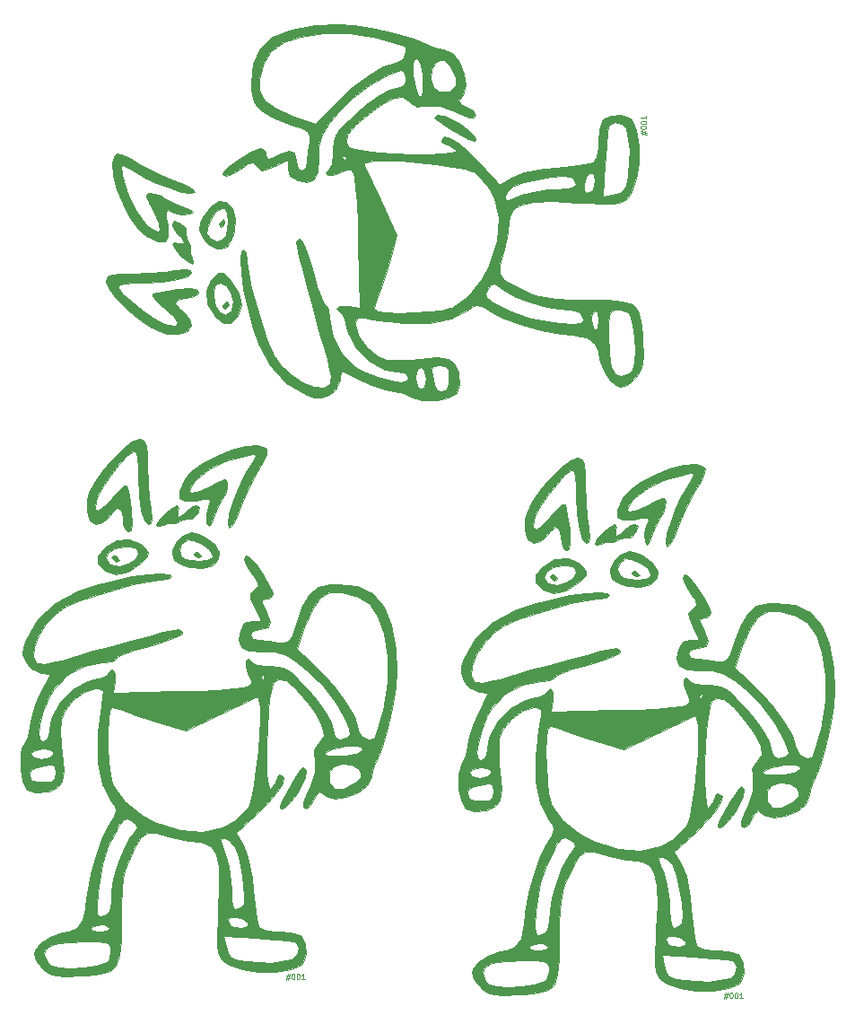
<source format=gbr>
G04 #@! TF.GenerationSoftware,KiCad,Pcbnew,(5.0.0-3-g5ebb6b6)*
G04 #@! TF.CreationDate,2019-09-09T21:19:02-07:00*
G04 #@! TF.ProjectId,panelized001,70616E656C697A65643030312E6B6963,rev?*
G04 #@! TF.SameCoordinates,Original*
G04 #@! TF.FileFunction,Legend,Top*
G04 #@! TF.FilePolarity,Positive*
%FSLAX46Y46*%
G04 Gerber Fmt 4.6, Leading zero omitted, Abs format (unit mm)*
G04 Created by KiCad (PCBNEW (5.0.0-3-g5ebb6b6)) date Monday, September 09, 2019 at 09:19:02 PM*
%MOMM*%
%LPD*%
G01*
G04 APERTURE LIST*
%ADD10C,0.100000*%
%ADD11C,0.010000*%
G04 APERTURE END LIST*
D10*
X193948952Y-134093757D02*
X194306095Y-134093757D01*
X194091809Y-133879471D02*
X193948952Y-134522328D01*
X194258476Y-134308042D02*
X193901333Y-134308042D01*
X194115619Y-134522328D02*
X194258476Y-133879471D01*
X194568000Y-133927090D02*
X194615619Y-133927090D01*
X194663238Y-133950900D01*
X194687047Y-133974709D01*
X194710857Y-134022328D01*
X194734666Y-134117566D01*
X194734666Y-134236614D01*
X194710857Y-134331852D01*
X194687047Y-134379471D01*
X194663238Y-134403280D01*
X194615619Y-134427090D01*
X194568000Y-134427090D01*
X194520380Y-134403280D01*
X194496571Y-134379471D01*
X194472761Y-134331852D01*
X194448952Y-134236614D01*
X194448952Y-134117566D01*
X194472761Y-134022328D01*
X194496571Y-133974709D01*
X194520380Y-133950900D01*
X194568000Y-133927090D01*
X195044190Y-133927090D02*
X195091809Y-133927090D01*
X195139428Y-133950900D01*
X195163238Y-133974709D01*
X195187047Y-134022328D01*
X195210857Y-134117566D01*
X195210857Y-134236614D01*
X195187047Y-134331852D01*
X195163238Y-134379471D01*
X195139428Y-134403280D01*
X195091809Y-134427090D01*
X195044190Y-134427090D01*
X194996571Y-134403280D01*
X194972761Y-134379471D01*
X194948952Y-134331852D01*
X194925142Y-134236614D01*
X194925142Y-134117566D01*
X194948952Y-134022328D01*
X194972761Y-133974709D01*
X194996571Y-133950900D01*
X195044190Y-133927090D01*
X195687047Y-134427090D02*
X195401333Y-134427090D01*
X195544190Y-134427090D02*
X195544190Y-133927090D01*
X195496571Y-133998519D01*
X195448952Y-134046138D01*
X195401333Y-134069947D01*
X235287452Y-135871757D02*
X235644595Y-135871757D01*
X235430309Y-135657471D02*
X235287452Y-136300328D01*
X235596976Y-136086042D02*
X235239833Y-136086042D01*
X235454119Y-136300328D02*
X235596976Y-135657471D01*
X235906500Y-135705090D02*
X235954119Y-135705090D01*
X236001738Y-135728900D01*
X236025547Y-135752709D01*
X236049357Y-135800328D01*
X236073166Y-135895566D01*
X236073166Y-136014614D01*
X236049357Y-136109852D01*
X236025547Y-136157471D01*
X236001738Y-136181280D01*
X235954119Y-136205090D01*
X235906500Y-136205090D01*
X235858880Y-136181280D01*
X235835071Y-136157471D01*
X235811261Y-136109852D01*
X235787452Y-136014614D01*
X235787452Y-135895566D01*
X235811261Y-135800328D01*
X235835071Y-135752709D01*
X235858880Y-135728900D01*
X235906500Y-135705090D01*
X236382690Y-135705090D02*
X236430309Y-135705090D01*
X236477928Y-135728900D01*
X236501738Y-135752709D01*
X236525547Y-135800328D01*
X236549357Y-135895566D01*
X236549357Y-136014614D01*
X236525547Y-136109852D01*
X236501738Y-136157471D01*
X236477928Y-136181280D01*
X236430309Y-136205090D01*
X236382690Y-136205090D01*
X236335071Y-136181280D01*
X236311261Y-136157471D01*
X236287452Y-136109852D01*
X236263642Y-136014614D01*
X236263642Y-135895566D01*
X236287452Y-135800328D01*
X236311261Y-135752709D01*
X236335071Y-135728900D01*
X236382690Y-135705090D01*
X237025547Y-136205090D02*
X236739833Y-136205090D01*
X236882690Y-136205090D02*
X236882690Y-135705090D01*
X236835071Y-135776519D01*
X236787452Y-135824138D01*
X236739833Y-135847947D01*
X227565757Y-54717047D02*
X227565757Y-54359904D01*
X227351471Y-54574190D02*
X227994328Y-54717047D01*
X227780042Y-54407523D02*
X227780042Y-54764666D01*
X227994328Y-54550380D02*
X227351471Y-54407523D01*
X227399090Y-54098000D02*
X227399090Y-54050380D01*
X227422900Y-54002761D01*
X227446709Y-53978952D01*
X227494328Y-53955142D01*
X227589566Y-53931333D01*
X227708614Y-53931333D01*
X227803852Y-53955142D01*
X227851471Y-53978952D01*
X227875280Y-54002761D01*
X227899090Y-54050380D01*
X227899090Y-54098000D01*
X227875280Y-54145619D01*
X227851471Y-54169428D01*
X227803852Y-54193238D01*
X227708614Y-54217047D01*
X227589566Y-54217047D01*
X227494328Y-54193238D01*
X227446709Y-54169428D01*
X227422900Y-54145619D01*
X227399090Y-54098000D01*
X227399090Y-53621809D02*
X227399090Y-53574190D01*
X227422900Y-53526571D01*
X227446709Y-53502761D01*
X227494328Y-53478952D01*
X227589566Y-53455142D01*
X227708614Y-53455142D01*
X227803852Y-53478952D01*
X227851471Y-53502761D01*
X227875280Y-53526571D01*
X227899090Y-53574190D01*
X227899090Y-53621809D01*
X227875280Y-53669428D01*
X227851471Y-53693238D01*
X227803852Y-53717047D01*
X227708614Y-53740857D01*
X227589566Y-53740857D01*
X227494328Y-53717047D01*
X227446709Y-53693238D01*
X227422900Y-53669428D01*
X227399090Y-53621809D01*
X227899090Y-52978952D02*
X227899090Y-53264666D01*
X227899090Y-53121809D02*
X227399090Y-53121809D01*
X227470519Y-53169428D01*
X227518138Y-53217047D01*
X227541947Y-53264666D01*
D11*
G04 #@! TO.C,G\002A\002A\002A*
G36*
X185575222Y-94135222D02*
X185911766Y-94452230D01*
X185928000Y-94508819D01*
X185655058Y-94660344D01*
X185575222Y-94664388D01*
X185236001Y-94393190D01*
X185222444Y-94290791D01*
X185438569Y-94080099D01*
X185575222Y-94135222D01*
X185575222Y-94135222D01*
G37*
X185575222Y-94135222D02*
X185911766Y-94452230D01*
X185928000Y-94508819D01*
X185655058Y-94660344D01*
X185575222Y-94664388D01*
X185236001Y-94393190D01*
X185222444Y-94290791D01*
X185438569Y-94080099D01*
X185575222Y-94135222D01*
G36*
X177814111Y-94488000D02*
X178150655Y-94805008D01*
X178166889Y-94861597D01*
X177893947Y-95013122D01*
X177814111Y-95017166D01*
X177474890Y-94745968D01*
X177461333Y-94643569D01*
X177677458Y-94432877D01*
X177814111Y-94488000D01*
X177814111Y-94488000D01*
G37*
X177814111Y-94488000D02*
X178150655Y-94805008D01*
X178166889Y-94861597D01*
X177893947Y-95013122D01*
X177814111Y-95017166D01*
X177474890Y-94745968D01*
X177461333Y-94643569D01*
X177677458Y-94432877D01*
X177814111Y-94488000D01*
G36*
X191987383Y-84306870D02*
X192107608Y-84443537D01*
X192055430Y-84919613D01*
X191677803Y-85743658D01*
X191321952Y-86330359D01*
X190613724Y-87578944D01*
X189929687Y-89068965D01*
X189634580Y-89848433D01*
X189179792Y-91011674D01*
X188786949Y-91703154D01*
X188508692Y-91857878D01*
X188397665Y-91410851D01*
X188397444Y-91375843D01*
X188536499Y-90595557D01*
X188889816Y-89444225D01*
X189361625Y-88184590D01*
X189856153Y-87079396D01*
X190156305Y-86550500D01*
X190794266Y-85579465D01*
X191028574Y-85072995D01*
X190854198Y-84913499D01*
X190266112Y-84983385D01*
X190090675Y-85015992D01*
X188377136Y-85508193D01*
X186779614Y-86265414D01*
X185545772Y-87160791D01*
X185226225Y-87507763D01*
X184773567Y-88239902D01*
X184879530Y-88557513D01*
X185527700Y-88454898D01*
X186593149Y-87982225D01*
X187487115Y-87545792D01*
X188091895Y-87286841D01*
X188207001Y-87256055D01*
X188389879Y-87530344D01*
X188355823Y-88134264D01*
X188142415Y-88739397D01*
X188018280Y-88905219D01*
X187665048Y-89466291D01*
X187260555Y-90386860D01*
X187164186Y-90651469D01*
X186842161Y-91460401D01*
X186617885Y-91659276D01*
X186438640Y-91378697D01*
X186386189Y-90580598D01*
X186575832Y-89887696D01*
X186779482Y-89370242D01*
X186663405Y-89153796D01*
X186084852Y-89162067D01*
X185387486Y-89252588D01*
X184328692Y-89302429D01*
X183831805Y-89030015D01*
X183856677Y-88358836D01*
X184340155Y-87256721D01*
X184999586Y-86472354D01*
X186067669Y-85713248D01*
X187385819Y-85036837D01*
X188795451Y-84500558D01*
X190137979Y-84161847D01*
X191254818Y-84078139D01*
X191987383Y-84306870D01*
X191987383Y-84306870D01*
G37*
X191987383Y-84306870D02*
X192107608Y-84443537D01*
X192055430Y-84919613D01*
X191677803Y-85743658D01*
X191321952Y-86330359D01*
X190613724Y-87578944D01*
X189929687Y-89068965D01*
X189634580Y-89848433D01*
X189179792Y-91011674D01*
X188786949Y-91703154D01*
X188508692Y-91857878D01*
X188397665Y-91410851D01*
X188397444Y-91375843D01*
X188536499Y-90595557D01*
X188889816Y-89444225D01*
X189361625Y-88184590D01*
X189856153Y-87079396D01*
X190156305Y-86550500D01*
X190794266Y-85579465D01*
X191028574Y-85072995D01*
X190854198Y-84913499D01*
X190266112Y-84983385D01*
X190090675Y-85015992D01*
X188377136Y-85508193D01*
X186779614Y-86265414D01*
X185545772Y-87160791D01*
X185226225Y-87507763D01*
X184773567Y-88239902D01*
X184879530Y-88557513D01*
X185527700Y-88454898D01*
X186593149Y-87982225D01*
X187487115Y-87545792D01*
X188091895Y-87286841D01*
X188207001Y-87256055D01*
X188389879Y-87530344D01*
X188355823Y-88134264D01*
X188142415Y-88739397D01*
X188018280Y-88905219D01*
X187665048Y-89466291D01*
X187260555Y-90386860D01*
X187164186Y-90651469D01*
X186842161Y-91460401D01*
X186617885Y-91659276D01*
X186438640Y-91378697D01*
X186386189Y-90580598D01*
X186575832Y-89887696D01*
X186779482Y-89370242D01*
X186663405Y-89153796D01*
X186084852Y-89162067D01*
X185387486Y-89252588D01*
X184328692Y-89302429D01*
X183831805Y-89030015D01*
X183856677Y-88358836D01*
X184340155Y-87256721D01*
X184999586Y-86472354D01*
X186067669Y-85713248D01*
X187385819Y-85036837D01*
X188795451Y-84500558D01*
X190137979Y-84161847D01*
X191254818Y-84078139D01*
X191987383Y-84306870D01*
G36*
X185767748Y-89851878D02*
X185620836Y-90342888D01*
X185560579Y-90458416D01*
X185074238Y-90960354D01*
X184677520Y-91002990D01*
X184115262Y-91032551D01*
X183966691Y-91170640D01*
X183489557Y-91408054D01*
X183338032Y-91379291D01*
X182706263Y-91402582D01*
X182312027Y-91549471D01*
X181814581Y-91680943D01*
X181694666Y-91563295D01*
X181939591Y-91118529D01*
X182507294Y-90503435D01*
X183147165Y-89958823D01*
X183607230Y-89725500D01*
X183747840Y-89986558D01*
X183683759Y-90254666D01*
X183655895Y-90709952D01*
X183779209Y-90783833D01*
X184229118Y-90542951D01*
X184516888Y-90254666D01*
X185124109Y-89806042D01*
X185454441Y-89725500D01*
X185767748Y-89851878D01*
X185767748Y-89851878D01*
G37*
X185767748Y-89851878D02*
X185620836Y-90342888D01*
X185560579Y-90458416D01*
X185074238Y-90960354D01*
X184677520Y-91002990D01*
X184115262Y-91032551D01*
X183966691Y-91170640D01*
X183489557Y-91408054D01*
X183338032Y-91379291D01*
X182706263Y-91402582D01*
X182312027Y-91549471D01*
X181814581Y-91680943D01*
X181694666Y-91563295D01*
X181939591Y-91118529D01*
X182507294Y-90503435D01*
X183147165Y-89958823D01*
X183607230Y-89725500D01*
X183747840Y-89986558D01*
X183683759Y-90254666D01*
X183655895Y-90709952D01*
X183779209Y-90783833D01*
X184229118Y-90542951D01*
X184516888Y-90254666D01*
X185124109Y-89806042D01*
X185454441Y-89725500D01*
X185767748Y-89851878D01*
G36*
X180152507Y-83434762D02*
X180505352Y-83597496D01*
X180709971Y-84019396D01*
X180807544Y-84856324D01*
X180837234Y-86026520D01*
X180890921Y-87548203D01*
X181005893Y-89027600D01*
X181132826Y-89990083D01*
X181259196Y-90952722D01*
X181160445Y-91398160D01*
X180892869Y-91489389D01*
X180544559Y-91154285D01*
X180258356Y-90216940D01*
X180052472Y-88779301D01*
X179945118Y-86943313D01*
X179933844Y-86120599D01*
X179885634Y-85103448D01*
X179716547Y-84661213D01*
X179421189Y-84651524D01*
X178890134Y-85067497D01*
X178146179Y-85897288D01*
X177334533Y-86946795D01*
X176600404Y-88021917D01*
X176089001Y-88928550D01*
X175955490Y-89284176D01*
X175895075Y-90034606D01*
X176184514Y-90210893D01*
X176775379Y-89821285D01*
X177503219Y-89020607D01*
X178186643Y-88269431D01*
X178710239Y-87872687D01*
X178891862Y-87867033D01*
X179056156Y-88342819D01*
X179226554Y-89289647D01*
X179331367Y-90166472D01*
X179399613Y-91457088D01*
X179282568Y-92101301D01*
X178968157Y-92136672D01*
X178754851Y-91959759D01*
X178567467Y-91453465D01*
X178519666Y-90922245D01*
X178368819Y-90119550D01*
X177971524Y-89962294D01*
X177410648Y-90471933D01*
X177315400Y-90610473D01*
X176600049Y-91360761D01*
X175937727Y-91500916D01*
X175417629Y-91125434D01*
X175128950Y-90328809D01*
X175160884Y-89205537D01*
X175336877Y-88514379D01*
X175803902Y-87578423D01*
X176579503Y-86487735D01*
X177528491Y-85384916D01*
X178515676Y-84412569D01*
X179405867Y-83713294D01*
X180063873Y-83429691D01*
X180152507Y-83434762D01*
X180152507Y-83434762D01*
G37*
X180152507Y-83434762D02*
X180505352Y-83597496D01*
X180709971Y-84019396D01*
X180807544Y-84856324D01*
X180837234Y-86026520D01*
X180890921Y-87548203D01*
X181005893Y-89027600D01*
X181132826Y-89990083D01*
X181259196Y-90952722D01*
X181160445Y-91398160D01*
X180892869Y-91489389D01*
X180544559Y-91154285D01*
X180258356Y-90216940D01*
X180052472Y-88779301D01*
X179945118Y-86943313D01*
X179933844Y-86120599D01*
X179885634Y-85103448D01*
X179716547Y-84661213D01*
X179421189Y-84651524D01*
X178890134Y-85067497D01*
X178146179Y-85897288D01*
X177334533Y-86946795D01*
X176600404Y-88021917D01*
X176089001Y-88928550D01*
X175955490Y-89284176D01*
X175895075Y-90034606D01*
X176184514Y-90210893D01*
X176775379Y-89821285D01*
X177503219Y-89020607D01*
X178186643Y-88269431D01*
X178710239Y-87872687D01*
X178891862Y-87867033D01*
X179056156Y-88342819D01*
X179226554Y-89289647D01*
X179331367Y-90166472D01*
X179399613Y-91457088D01*
X179282568Y-92101301D01*
X178968157Y-92136672D01*
X178754851Y-91959759D01*
X178567467Y-91453465D01*
X178519666Y-90922245D01*
X178368819Y-90119550D01*
X177971524Y-89962294D01*
X177410648Y-90471933D01*
X177315400Y-90610473D01*
X176600049Y-91360761D01*
X175937727Y-91500916D01*
X175417629Y-91125434D01*
X175128950Y-90328809D01*
X175160884Y-89205537D01*
X175336877Y-88514379D01*
X175803902Y-87578423D01*
X176579503Y-86487735D01*
X177528491Y-85384916D01*
X178515676Y-84412569D01*
X179405867Y-83713294D01*
X180063873Y-83429691D01*
X180152507Y-83434762D01*
G36*
X185640735Y-92382788D02*
X186092026Y-92584067D01*
X187163227Y-93323873D01*
X187617624Y-94099020D01*
X187530645Y-94808367D01*
X186977715Y-95350775D01*
X186034262Y-95625104D01*
X184775710Y-95530214D01*
X184055963Y-95314243D01*
X183340561Y-94902945D01*
X183154884Y-94272756D01*
X183174018Y-94022106D01*
X183200509Y-93963708D01*
X183869911Y-93963708D01*
X184058325Y-94553108D01*
X184408068Y-94770015D01*
X185624629Y-94973020D01*
X186532009Y-94910700D01*
X186969211Y-94600160D01*
X186986333Y-94496132D01*
X186687363Y-93897419D01*
X185975611Y-93333944D01*
X185128818Y-92985827D01*
X184622429Y-92963090D01*
X184069979Y-93332271D01*
X183869911Y-93963708D01*
X183200509Y-93963708D01*
X183596688Y-93090358D01*
X184184289Y-92595195D01*
X184943596Y-92282067D01*
X185640735Y-92382788D01*
X185640735Y-92382788D01*
G37*
X185640735Y-92382788D02*
X186092026Y-92584067D01*
X187163227Y-93323873D01*
X187617624Y-94099020D01*
X187530645Y-94808367D01*
X186977715Y-95350775D01*
X186034262Y-95625104D01*
X184775710Y-95530214D01*
X184055963Y-95314243D01*
X183340561Y-94902945D01*
X183154884Y-94272756D01*
X183174018Y-94022106D01*
X183200509Y-93963708D01*
X183869911Y-93963708D01*
X184058325Y-94553108D01*
X184408068Y-94770015D01*
X185624629Y-94973020D01*
X186532009Y-94910700D01*
X186969211Y-94600160D01*
X186986333Y-94496132D01*
X186687363Y-93897419D01*
X185975611Y-93333944D01*
X185128818Y-92985827D01*
X184622429Y-92963090D01*
X184069979Y-93332271D01*
X183869911Y-93963708D01*
X183200509Y-93963708D01*
X183596688Y-93090358D01*
X184184289Y-92595195D01*
X184943596Y-92282067D01*
X185640735Y-92382788D01*
G36*
X180209780Y-93378101D02*
X180472058Y-93619441D01*
X180879879Y-94138110D01*
X180851173Y-94530393D01*
X180346980Y-95083106D01*
X180262151Y-95164734D01*
X179045060Y-96000635D01*
X177834405Y-96229171D01*
X176820630Y-95869551D01*
X176172465Y-95213036D01*
X176173899Y-94752214D01*
X176916560Y-94752214D01*
X177253350Y-95255657D01*
X177344072Y-95311333D01*
X178152404Y-95470317D01*
X179034158Y-95259142D01*
X179714940Y-94787519D01*
X179930777Y-94277100D01*
X179776218Y-93809381D01*
X179193654Y-93623727D01*
X178708467Y-93606055D01*
X177760537Y-93781908D01*
X177124428Y-94212463D01*
X176916560Y-94752214D01*
X176173899Y-94752214D01*
X176174594Y-94529141D01*
X176829423Y-93702827D01*
X176866709Y-93667549D01*
X177950117Y-93043384D01*
X179147448Y-92945794D01*
X180209780Y-93378101D01*
X180209780Y-93378101D01*
G37*
X180209780Y-93378101D02*
X180472058Y-93619441D01*
X180879879Y-94138110D01*
X180851173Y-94530393D01*
X180346980Y-95083106D01*
X180262151Y-95164734D01*
X179045060Y-96000635D01*
X177834405Y-96229171D01*
X176820630Y-95869551D01*
X176172465Y-95213036D01*
X176173899Y-94752214D01*
X176916560Y-94752214D01*
X177253350Y-95255657D01*
X177344072Y-95311333D01*
X178152404Y-95470317D01*
X179034158Y-95259142D01*
X179714940Y-94787519D01*
X179930777Y-94277100D01*
X179776218Y-93809381D01*
X179193654Y-93623727D01*
X178708467Y-93606055D01*
X177760537Y-93781908D01*
X177124428Y-94212463D01*
X176916560Y-94752214D01*
X176173899Y-94752214D01*
X176174594Y-94529141D01*
X176829423Y-93702827D01*
X176866709Y-93667549D01*
X177950117Y-93043384D01*
X179147448Y-92945794D01*
X180209780Y-93378101D01*
G36*
X195801091Y-114681328D02*
X195680619Y-115383393D01*
X195211682Y-116404413D01*
X194919407Y-116896399D01*
X194288726Y-117754056D01*
X193741568Y-118260639D01*
X193396771Y-118323974D01*
X193336333Y-118124295D01*
X193502149Y-117669050D01*
X193916488Y-116873546D01*
X194454684Y-115946942D01*
X194992075Y-115098397D01*
X195403996Y-114537069D01*
X195541194Y-114425027D01*
X195801091Y-114681328D01*
X195801091Y-114681328D01*
G37*
X195801091Y-114681328D02*
X195680619Y-115383393D01*
X195211682Y-116404413D01*
X194919407Y-116896399D01*
X194288726Y-117754056D01*
X193741568Y-118260639D01*
X193396771Y-118323974D01*
X193336333Y-118124295D01*
X193502149Y-117669050D01*
X193916488Y-116873546D01*
X194454684Y-115946942D01*
X194992075Y-115098397D01*
X195403996Y-114537069D01*
X195541194Y-114425027D01*
X195801091Y-114681328D01*
G36*
X190498534Y-94648578D02*
X191039577Y-95242147D01*
X191649933Y-96083365D01*
X192199930Y-96983890D01*
X192559899Y-97755378D01*
X192630777Y-98084844D01*
X192346935Y-98492171D01*
X192101611Y-98544944D01*
X191694321Y-98584397D01*
X191626190Y-98821650D01*
X191894657Y-99435049D01*
X192083556Y-99802242D01*
X192425609Y-100713322D01*
X192234484Y-101206320D01*
X191471722Y-101366211D01*
X191375235Y-101367166D01*
X190681525Y-101554913D01*
X190514111Y-101896333D01*
X190818296Y-102323400D01*
X191351958Y-102425500D01*
X192345449Y-102497278D01*
X193218555Y-102631250D01*
X193812208Y-102705084D01*
X194193432Y-102531589D01*
X194500003Y-101965739D01*
X194855209Y-100908508D01*
X195488267Y-99188695D01*
X196167641Y-98062910D01*
X197005074Y-97422667D01*
X198112307Y-97159477D01*
X198741799Y-97135152D01*
X200600847Y-97357318D01*
X202055320Y-98046186D01*
X203131083Y-99239788D01*
X203853999Y-100976161D01*
X204249934Y-103293340D01*
X204347401Y-105378281D01*
X204244435Y-106942936D01*
X203950134Y-108819709D01*
X203521987Y-110744440D01*
X203017487Y-112452969D01*
X202571531Y-113538000D01*
X202172022Y-114475574D01*
X201971196Y-115253278D01*
X201970747Y-115258384D01*
X201587248Y-116093131D01*
X200736984Y-116792114D01*
X199647500Y-117261866D01*
X198546342Y-117408925D01*
X197661054Y-117139826D01*
X197569936Y-117066022D01*
X197112215Y-116752439D01*
X196801799Y-116969814D01*
X196576629Y-117416126D01*
X196163946Y-118065999D01*
X195813341Y-118300500D01*
X195513326Y-118184756D01*
X195531460Y-117758300D01*
X195888943Y-116902294D01*
X196160011Y-116357366D01*
X196655764Y-114982748D01*
X196654407Y-114881523D01*
X197983692Y-114881523D01*
X198019150Y-115887925D01*
X198505108Y-116434615D01*
X199317502Y-116471379D01*
X200332271Y-115948004D01*
X200429559Y-115871489D01*
X200968859Y-115343823D01*
X200979123Y-114924669D01*
X200763272Y-114618752D01*
X200082624Y-114205247D01*
X199205753Y-114124779D01*
X198414064Y-114350744D01*
X197988960Y-114856540D01*
X197983692Y-114881523D01*
X196654407Y-114881523D01*
X196639323Y-113756857D01*
X196599376Y-113177072D01*
X197497179Y-113177072D01*
X197927774Y-113320072D01*
X198510952Y-113350883D01*
X199579235Y-113308080D01*
X200404882Y-113188397D01*
X200539425Y-113147479D01*
X201102015Y-112808489D01*
X201056510Y-112531611D01*
X200500253Y-112391943D01*
X199632049Y-112447428D01*
X198401639Y-112698585D01*
X197672575Y-112955855D01*
X197497179Y-113177072D01*
X196599376Y-113177072D01*
X196573361Y-112799498D01*
X196878294Y-112216350D01*
X197033414Y-112088446D01*
X197456746Y-111478176D01*
X197364091Y-110596754D01*
X196739100Y-109385623D01*
X195979821Y-108315156D01*
X194828507Y-106964268D01*
X193904244Y-106243148D01*
X193167789Y-106128187D01*
X192760193Y-106378227D01*
X192546714Y-106891714D01*
X192367361Y-107881311D01*
X192225844Y-109208637D01*
X192125877Y-110735311D01*
X192071169Y-112322952D01*
X192065434Y-113833177D01*
X192112383Y-115127606D01*
X192215727Y-116067857D01*
X192379179Y-116515548D01*
X192488479Y-116508318D01*
X192917386Y-115908352D01*
X192983555Y-115611471D01*
X193188619Y-115170423D01*
X193336333Y-115125500D01*
X193720105Y-115339408D01*
X193607003Y-115929260D01*
X193040447Y-116817248D01*
X192063855Y-117925565D01*
X191428366Y-118544554D01*
X189167622Y-120650547D01*
X189848482Y-121725891D01*
X190337395Y-122943289D01*
X190697834Y-124849654D01*
X190821437Y-125966746D01*
X190978235Y-127422034D01*
X191149348Y-128624164D01*
X191306692Y-129388252D01*
X191363808Y-129537212D01*
X191838303Y-129776829D01*
X192755523Y-129922115D01*
X193286597Y-129942166D01*
X194370701Y-130026659D01*
X195182171Y-130240319D01*
X195382444Y-130365500D01*
X195727582Y-131093302D01*
X195774829Y-132042960D01*
X195526605Y-132848519D01*
X195364805Y-133033234D01*
X194348849Y-133498047D01*
X192918645Y-133723476D01*
X191310817Y-133720120D01*
X189761992Y-133498576D01*
X188508793Y-133069442D01*
X187982903Y-132702625D01*
X187676961Y-132343896D01*
X187487796Y-131909771D01*
X187401250Y-131256185D01*
X187402909Y-130373412D01*
X188050918Y-130373412D01*
X188273809Y-131304317D01*
X188438334Y-131966283D01*
X188652657Y-132319860D01*
X189120467Y-132516715D01*
X190045451Y-132708515D01*
X190200810Y-132739182D01*
X192501654Y-132893812D01*
X194482861Y-132537889D01*
X194953186Y-132131510D01*
X195088725Y-131489702D01*
X194854433Y-130949660D01*
X194659250Y-130840674D01*
X194123574Y-130760396D01*
X193074419Y-130664861D01*
X191703151Y-130570491D01*
X191134598Y-130538201D01*
X188050918Y-130373412D01*
X187402909Y-130373412D01*
X187403162Y-130239076D01*
X187473841Y-128825037D01*
X188397444Y-128825037D01*
X188702589Y-129383953D01*
X189603428Y-129588654D01*
X189679891Y-129589389D01*
X190268157Y-129453363D01*
X190288907Y-129060222D01*
X189897389Y-128715820D01*
X189246891Y-128539819D01*
X188644754Y-128570434D01*
X188397444Y-128825037D01*
X187473841Y-128825037D01*
X187479373Y-128714381D01*
X187522175Y-128015028D01*
X187617983Y-125617591D01*
X187551262Y-123840042D01*
X187302721Y-122611406D01*
X186853071Y-121860708D01*
X186183020Y-121516974D01*
X185744771Y-121475500D01*
X184762002Y-121372925D01*
X184672649Y-121354639D01*
X187734339Y-121354639D01*
X187911623Y-121904282D01*
X188221055Y-122655808D01*
X188529798Y-123763823D01*
X188720468Y-125158957D01*
X188750222Y-125873891D01*
X188804632Y-127076563D01*
X188985966Y-127688619D01*
X189241645Y-127825500D01*
X189793067Y-127542279D01*
X189924639Y-127326276D01*
X189996076Y-126604777D01*
X189911304Y-125459204D01*
X189710921Y-124143031D01*
X189435528Y-122909734D01*
X189125725Y-122012788D01*
X189051899Y-121877547D01*
X188531674Y-121299617D01*
X188136196Y-121122722D01*
X187812391Y-121151840D01*
X187734339Y-121354639D01*
X184672649Y-121354639D01*
X183485080Y-121111607D01*
X182790825Y-120924884D01*
X181622256Y-120629534D01*
X180820854Y-120642502D01*
X180220844Y-121058449D01*
X179656447Y-121972036D01*
X179181395Y-122985912D01*
X178802105Y-123931928D01*
X178557328Y-124869722D01*
X178419020Y-125994569D01*
X178359138Y-127501745D01*
X178348981Y-128782203D01*
X178322009Y-130783727D01*
X178194853Y-132190627D01*
X177888052Y-133113528D01*
X177322144Y-133663058D01*
X176417667Y-133949842D01*
X175095160Y-134084508D01*
X174517595Y-134116237D01*
X173131854Y-134160725D01*
X172230373Y-134093119D01*
X171595152Y-133869434D01*
X171008190Y-133445686D01*
X170950663Y-133396561D01*
X170286912Y-132682323D01*
X170152897Y-132048025D01*
X171111333Y-132048025D01*
X171387741Y-132786655D01*
X171728694Y-133112205D01*
X172445180Y-133313881D01*
X173549442Y-133378430D01*
X174808526Y-133322979D01*
X175989481Y-133164656D01*
X176859354Y-132920587D01*
X177155050Y-132713247D01*
X177375812Y-131973594D01*
X177375159Y-131529666D01*
X177239869Y-131134267D01*
X176850907Y-130923167D01*
X176039861Y-130843548D01*
X175168277Y-130837511D01*
X173258535Y-130921494D01*
X171984598Y-131156323D01*
X171289532Y-131558987D01*
X171111333Y-132048025D01*
X170152897Y-132048025D01*
X170150034Y-132034477D01*
X170218179Y-131741374D01*
X170728876Y-131067984D01*
X171668532Y-130447962D01*
X172767283Y-130031900D01*
X173442361Y-129942166D01*
X174197459Y-129626623D01*
X174223873Y-129589389D01*
X175521055Y-129589389D01*
X175660313Y-129837992D01*
X176350848Y-129941840D01*
X176403000Y-129942166D01*
X177120098Y-129848228D01*
X177294303Y-129606179D01*
X177284944Y-129589389D01*
X176785898Y-129289950D01*
X176403000Y-129236611D01*
X175736355Y-129403448D01*
X175521055Y-129589389D01*
X174223873Y-129589389D01*
X174764101Y-128827885D01*
X174980958Y-127825500D01*
X175008335Y-127550511D01*
X176072228Y-127550511D01*
X176110478Y-128225503D01*
X176302902Y-128498644D01*
X176490632Y-128531055D01*
X177074121Y-128244437D01*
X177247201Y-127973036D01*
X177397080Y-127239536D01*
X177461294Y-126245014D01*
X177461333Y-126222207D01*
X177625661Y-125055254D01*
X178048607Y-123604958D01*
X178625109Y-122156661D01*
X179250108Y-120995708D01*
X179512998Y-120649887D01*
X179895572Y-120126032D01*
X179739411Y-119757402D01*
X179409487Y-119497357D01*
X178948629Y-119240633D01*
X178580747Y-119368657D01*
X178123136Y-119982190D01*
X177912405Y-120322969D01*
X177123477Y-121865908D01*
X176588357Y-123567910D01*
X176237805Y-125667053D01*
X176166471Y-126326194D01*
X176072228Y-127550511D01*
X175008335Y-127550511D01*
X175128626Y-126342254D01*
X175491877Y-124547861D01*
X175999623Y-122705084D01*
X176580775Y-121076684D01*
X177085036Y-120048134D01*
X177644853Y-119103346D01*
X177861149Y-118530022D01*
X177765264Y-118101888D01*
X177419792Y-117631247D01*
X176590151Y-116073208D01*
X176171192Y-113975223D01*
X176170507Y-111376421D01*
X176180706Y-111244944D01*
X176190355Y-111143764D01*
X177099539Y-111143764D01*
X177118633Y-112518955D01*
X177200339Y-113895285D01*
X177341029Y-115097707D01*
X177537077Y-115951174D01*
X177606227Y-116113157D01*
X178718988Y-117615726D01*
X180291201Y-118911787D01*
X181518277Y-119573186D01*
X183954894Y-120374299D01*
X186086754Y-120551687D01*
X187939533Y-120105020D01*
X189010068Y-119477104D01*
X189829666Y-118777186D01*
X190405485Y-118129834D01*
X190471948Y-118021577D01*
X190675922Y-117340567D01*
X190892820Y-116141869D01*
X191103056Y-114612604D01*
X191287042Y-112939888D01*
X191425191Y-111310841D01*
X191497914Y-109912581D01*
X191485625Y-108932228D01*
X191449249Y-108685453D01*
X191218454Y-107765894D01*
X187838200Y-109345495D01*
X184457947Y-110925097D01*
X182458945Y-110362578D01*
X181077731Y-109949026D01*
X179741153Y-109509319D01*
X179129888Y-109287779D01*
X178202426Y-108961298D01*
X177547259Y-108785362D01*
X177454194Y-108775500D01*
X177263693Y-109096989D01*
X177146683Y-109944760D01*
X177099539Y-111143764D01*
X176190355Y-111143764D01*
X176314850Y-109838343D01*
X176467346Y-108620897D01*
X176606819Y-107840428D01*
X176616175Y-107805361D01*
X176672450Y-107218079D01*
X176259469Y-107022801D01*
X175942045Y-107011611D01*
X174872276Y-107313960D01*
X173817387Y-108084578D01*
X173004381Y-109118817D01*
X172690119Y-109943293D01*
X172626974Y-110941415D01*
X172694898Y-112258881D01*
X172793068Y-113045765D01*
X172949339Y-114669737D01*
X172783916Y-115754916D01*
X172258798Y-116408519D01*
X171495697Y-116706062D01*
X170268759Y-116849422D01*
X169501505Y-116559516D01*
X169074078Y-115742583D01*
X168972933Y-115125500D01*
X169700222Y-115125500D01*
X169838340Y-115611783D01*
X170377537Y-115807992D01*
X170934944Y-115831055D01*
X171768273Y-115766963D01*
X172109700Y-115470642D01*
X172169666Y-114911367D01*
X172064787Y-114260685D01*
X171690214Y-114178597D01*
X171611647Y-114205812D01*
X170767954Y-114393816D01*
X170376925Y-114419944D01*
X169808119Y-114683189D01*
X169700222Y-115125500D01*
X168972933Y-115125500D01*
X168899043Y-114674700D01*
X168859043Y-113292970D01*
X168913843Y-113088469D01*
X169846906Y-113088469D01*
X170003436Y-113412346D01*
X170138996Y-113480018D01*
X170862315Y-113676201D01*
X171558687Y-113520379D01*
X171609621Y-113501034D01*
X171999620Y-113178062D01*
X171810436Y-112852709D01*
X171153912Y-112665046D01*
X170934944Y-112656055D01*
X170203914Y-112788230D01*
X169846906Y-113088469D01*
X168913843Y-113088469D01*
X169086652Y-112443588D01*
X169207881Y-112275499D01*
X169568229Y-111525391D01*
X169700222Y-110649519D01*
X169859274Y-109756197D01*
X170270647Y-108552459D01*
X170695256Y-107607816D01*
X171690290Y-105635148D01*
X170794578Y-105529629D01*
X169902949Y-105117564D01*
X169383914Y-104502384D01*
X169070932Y-103763292D01*
X169117946Y-103061291D01*
X169362850Y-102388306D01*
X170501555Y-100507066D01*
X172160873Y-98940464D01*
X174173602Y-97845912D01*
X174197212Y-97837035D01*
X175898262Y-97268760D01*
X177668954Y-96792364D01*
X179381498Y-96428055D01*
X180908105Y-96196041D01*
X182120986Y-96116530D01*
X182892350Y-96209730D01*
X183105777Y-96428277D01*
X182796383Y-96664484D01*
X182038712Y-96779025D01*
X181910519Y-96781055D01*
X180910887Y-96896083D01*
X179459826Y-97202238D01*
X177765869Y-97641128D01*
X176037550Y-98154361D01*
X174483401Y-98683545D01*
X173311956Y-99170289D01*
X173228000Y-99212277D01*
X172188619Y-99942080D01*
X171282226Y-100929319D01*
X170579503Y-102030408D01*
X170151134Y-103101760D01*
X170067802Y-103999790D01*
X170400192Y-104580911D01*
X170547912Y-104656595D01*
X171154355Y-104669082D01*
X172146237Y-104488796D01*
X172752773Y-104323375D01*
X174087998Y-103927805D01*
X175716143Y-103464891D01*
X177497433Y-102972031D01*
X179292098Y-102486619D01*
X180960363Y-102046053D01*
X182362456Y-101687729D01*
X183358604Y-101449043D01*
X183801926Y-101367166D01*
X184105191Y-101615615D01*
X184085440Y-101779567D01*
X183703045Y-102050242D01*
X182800173Y-102418967D01*
X181543013Y-102821631D01*
X180981697Y-102976907D01*
X179631218Y-103372668D01*
X178569956Y-103756008D01*
X177963476Y-104064091D01*
X177885368Y-104152006D01*
X177480063Y-104421675D01*
X176675794Y-104541773D01*
X176624740Y-104542166D01*
X174900282Y-104866182D01*
X173285255Y-105742821D01*
X172006405Y-107028975D01*
X171594210Y-107717166D01*
X171026543Y-109089258D01*
X170683841Y-110336966D01*
X170588155Y-111313766D01*
X170761534Y-111873137D01*
X170957123Y-111950500D01*
X171412564Y-111704615D01*
X171466078Y-111509527D01*
X171774730Y-109824057D01*
X172595381Y-108277630D01*
X173792806Y-107039997D01*
X175231778Y-106280907D01*
X175722375Y-106166599D01*
X176595406Y-105948658D01*
X177076137Y-105676401D01*
X177108555Y-105596331D01*
X177382174Y-105264228D01*
X177501373Y-105247722D01*
X177745471Y-105556161D01*
X177732538Y-106349134D01*
X177570885Y-107450547D01*
X183601526Y-107279136D01*
X185630842Y-107207794D01*
X187442551Y-107118467D01*
X188906575Y-107019585D01*
X189892839Y-106919577D01*
X190240801Y-106848885D01*
X190626621Y-106601347D01*
X190615810Y-106195941D01*
X190502193Y-105953277D01*
X191572444Y-105953277D01*
X191701520Y-106243653D01*
X191807629Y-106188463D01*
X191849850Y-105769798D01*
X191807629Y-105718092D01*
X191597903Y-105766518D01*
X191572444Y-105953277D01*
X190502193Y-105953277D01*
X190330289Y-105586126D01*
X190108917Y-104898049D01*
X190142051Y-104383085D01*
X190367894Y-104223123D01*
X190686943Y-104536412D01*
X191147122Y-104756077D01*
X192040585Y-104882713D01*
X192445609Y-104894944D01*
X193238921Y-104933153D01*
X193864956Y-105119581D01*
X194496787Y-105561933D01*
X195307489Y-106367913D01*
X195964146Y-107084524D01*
X196913650Y-108213541D01*
X197668852Y-109259844D01*
X198097942Y-110036427D01*
X198139877Y-110171329D01*
X198389692Y-111194439D01*
X198635016Y-111676390D01*
X198993327Y-111770959D01*
X199311975Y-111705582D01*
X199810106Y-111556015D01*
X199986051Y-111324453D01*
X199861040Y-110813879D01*
X199502460Y-109937897D01*
X198644628Y-108399664D01*
X197381175Y-106757281D01*
X195917901Y-105258700D01*
X194993639Y-104505513D01*
X193901124Y-103841768D01*
X192811110Y-103541766D01*
X191684831Y-103483833D01*
X190382924Y-103391651D01*
X190087810Y-103251950D01*
X194923833Y-103251950D01*
X197062201Y-105300237D01*
X198416188Y-106748038D01*
X199543698Y-108242165D01*
X200346678Y-109631034D01*
X200727076Y-110763063D01*
X200744666Y-110993134D01*
X201036915Y-111488594D01*
X201673274Y-111770870D01*
X202205201Y-111715186D01*
X202392984Y-111342578D01*
X202679245Y-110462566D01*
X203006061Y-109255747D01*
X203046824Y-109091136D01*
X203487105Y-106374775D01*
X203471780Y-104054743D01*
X203167908Y-101822723D01*
X202616031Y-100183294D01*
X201775933Y-99054782D01*
X200679355Y-98383584D01*
X199180475Y-97913235D01*
X198030570Y-97908754D01*
X197125149Y-98429539D01*
X196359724Y-99534985D01*
X195643530Y-101246146D01*
X194923833Y-103251950D01*
X190087810Y-103251950D01*
X189674985Y-103056528D01*
X189466680Y-102390601D01*
X189600841Y-101542766D01*
X189997260Y-100839989D01*
X190691513Y-100661611D01*
X191561029Y-100661611D01*
X190956267Y-99393411D01*
X190593268Y-98554556D01*
X190558922Y-98092689D01*
X190848679Y-97762880D01*
X190924914Y-97705925D01*
X191301702Y-97315315D01*
X191169582Y-96860864D01*
X190980367Y-96592874D01*
X190245621Y-95502176D01*
X189993207Y-94820210D01*
X190156475Y-94491002D01*
X190498534Y-94648578D01*
X190498534Y-94648578D01*
G37*
X190498534Y-94648578D02*
X191039577Y-95242147D01*
X191649933Y-96083365D01*
X192199930Y-96983890D01*
X192559899Y-97755378D01*
X192630777Y-98084844D01*
X192346935Y-98492171D01*
X192101611Y-98544944D01*
X191694321Y-98584397D01*
X191626190Y-98821650D01*
X191894657Y-99435049D01*
X192083556Y-99802242D01*
X192425609Y-100713322D01*
X192234484Y-101206320D01*
X191471722Y-101366211D01*
X191375235Y-101367166D01*
X190681525Y-101554913D01*
X190514111Y-101896333D01*
X190818296Y-102323400D01*
X191351958Y-102425500D01*
X192345449Y-102497278D01*
X193218555Y-102631250D01*
X193812208Y-102705084D01*
X194193432Y-102531589D01*
X194500003Y-101965739D01*
X194855209Y-100908508D01*
X195488267Y-99188695D01*
X196167641Y-98062910D01*
X197005074Y-97422667D01*
X198112307Y-97159477D01*
X198741799Y-97135152D01*
X200600847Y-97357318D01*
X202055320Y-98046186D01*
X203131083Y-99239788D01*
X203853999Y-100976161D01*
X204249934Y-103293340D01*
X204347401Y-105378281D01*
X204244435Y-106942936D01*
X203950134Y-108819709D01*
X203521987Y-110744440D01*
X203017487Y-112452969D01*
X202571531Y-113538000D01*
X202172022Y-114475574D01*
X201971196Y-115253278D01*
X201970747Y-115258384D01*
X201587248Y-116093131D01*
X200736984Y-116792114D01*
X199647500Y-117261866D01*
X198546342Y-117408925D01*
X197661054Y-117139826D01*
X197569936Y-117066022D01*
X197112215Y-116752439D01*
X196801799Y-116969814D01*
X196576629Y-117416126D01*
X196163946Y-118065999D01*
X195813341Y-118300500D01*
X195513326Y-118184756D01*
X195531460Y-117758300D01*
X195888943Y-116902294D01*
X196160011Y-116357366D01*
X196655764Y-114982748D01*
X196654407Y-114881523D01*
X197983692Y-114881523D01*
X198019150Y-115887925D01*
X198505108Y-116434615D01*
X199317502Y-116471379D01*
X200332271Y-115948004D01*
X200429559Y-115871489D01*
X200968859Y-115343823D01*
X200979123Y-114924669D01*
X200763272Y-114618752D01*
X200082624Y-114205247D01*
X199205753Y-114124779D01*
X198414064Y-114350744D01*
X197988960Y-114856540D01*
X197983692Y-114881523D01*
X196654407Y-114881523D01*
X196639323Y-113756857D01*
X196599376Y-113177072D01*
X197497179Y-113177072D01*
X197927774Y-113320072D01*
X198510952Y-113350883D01*
X199579235Y-113308080D01*
X200404882Y-113188397D01*
X200539425Y-113147479D01*
X201102015Y-112808489D01*
X201056510Y-112531611D01*
X200500253Y-112391943D01*
X199632049Y-112447428D01*
X198401639Y-112698585D01*
X197672575Y-112955855D01*
X197497179Y-113177072D01*
X196599376Y-113177072D01*
X196573361Y-112799498D01*
X196878294Y-112216350D01*
X197033414Y-112088446D01*
X197456746Y-111478176D01*
X197364091Y-110596754D01*
X196739100Y-109385623D01*
X195979821Y-108315156D01*
X194828507Y-106964268D01*
X193904244Y-106243148D01*
X193167789Y-106128187D01*
X192760193Y-106378227D01*
X192546714Y-106891714D01*
X192367361Y-107881311D01*
X192225844Y-109208637D01*
X192125877Y-110735311D01*
X192071169Y-112322952D01*
X192065434Y-113833177D01*
X192112383Y-115127606D01*
X192215727Y-116067857D01*
X192379179Y-116515548D01*
X192488479Y-116508318D01*
X192917386Y-115908352D01*
X192983555Y-115611471D01*
X193188619Y-115170423D01*
X193336333Y-115125500D01*
X193720105Y-115339408D01*
X193607003Y-115929260D01*
X193040447Y-116817248D01*
X192063855Y-117925565D01*
X191428366Y-118544554D01*
X189167622Y-120650547D01*
X189848482Y-121725891D01*
X190337395Y-122943289D01*
X190697834Y-124849654D01*
X190821437Y-125966746D01*
X190978235Y-127422034D01*
X191149348Y-128624164D01*
X191306692Y-129388252D01*
X191363808Y-129537212D01*
X191838303Y-129776829D01*
X192755523Y-129922115D01*
X193286597Y-129942166D01*
X194370701Y-130026659D01*
X195182171Y-130240319D01*
X195382444Y-130365500D01*
X195727582Y-131093302D01*
X195774829Y-132042960D01*
X195526605Y-132848519D01*
X195364805Y-133033234D01*
X194348849Y-133498047D01*
X192918645Y-133723476D01*
X191310817Y-133720120D01*
X189761992Y-133498576D01*
X188508793Y-133069442D01*
X187982903Y-132702625D01*
X187676961Y-132343896D01*
X187487796Y-131909771D01*
X187401250Y-131256185D01*
X187402909Y-130373412D01*
X188050918Y-130373412D01*
X188273809Y-131304317D01*
X188438334Y-131966283D01*
X188652657Y-132319860D01*
X189120467Y-132516715D01*
X190045451Y-132708515D01*
X190200810Y-132739182D01*
X192501654Y-132893812D01*
X194482861Y-132537889D01*
X194953186Y-132131510D01*
X195088725Y-131489702D01*
X194854433Y-130949660D01*
X194659250Y-130840674D01*
X194123574Y-130760396D01*
X193074419Y-130664861D01*
X191703151Y-130570491D01*
X191134598Y-130538201D01*
X188050918Y-130373412D01*
X187402909Y-130373412D01*
X187403162Y-130239076D01*
X187473841Y-128825037D01*
X188397444Y-128825037D01*
X188702589Y-129383953D01*
X189603428Y-129588654D01*
X189679891Y-129589389D01*
X190268157Y-129453363D01*
X190288907Y-129060222D01*
X189897389Y-128715820D01*
X189246891Y-128539819D01*
X188644754Y-128570434D01*
X188397444Y-128825037D01*
X187473841Y-128825037D01*
X187479373Y-128714381D01*
X187522175Y-128015028D01*
X187617983Y-125617591D01*
X187551262Y-123840042D01*
X187302721Y-122611406D01*
X186853071Y-121860708D01*
X186183020Y-121516974D01*
X185744771Y-121475500D01*
X184762002Y-121372925D01*
X184672649Y-121354639D01*
X187734339Y-121354639D01*
X187911623Y-121904282D01*
X188221055Y-122655808D01*
X188529798Y-123763823D01*
X188720468Y-125158957D01*
X188750222Y-125873891D01*
X188804632Y-127076563D01*
X188985966Y-127688619D01*
X189241645Y-127825500D01*
X189793067Y-127542279D01*
X189924639Y-127326276D01*
X189996076Y-126604777D01*
X189911304Y-125459204D01*
X189710921Y-124143031D01*
X189435528Y-122909734D01*
X189125725Y-122012788D01*
X189051899Y-121877547D01*
X188531674Y-121299617D01*
X188136196Y-121122722D01*
X187812391Y-121151840D01*
X187734339Y-121354639D01*
X184672649Y-121354639D01*
X183485080Y-121111607D01*
X182790825Y-120924884D01*
X181622256Y-120629534D01*
X180820854Y-120642502D01*
X180220844Y-121058449D01*
X179656447Y-121972036D01*
X179181395Y-122985912D01*
X178802105Y-123931928D01*
X178557328Y-124869722D01*
X178419020Y-125994569D01*
X178359138Y-127501745D01*
X178348981Y-128782203D01*
X178322009Y-130783727D01*
X178194853Y-132190627D01*
X177888052Y-133113528D01*
X177322144Y-133663058D01*
X176417667Y-133949842D01*
X175095160Y-134084508D01*
X174517595Y-134116237D01*
X173131854Y-134160725D01*
X172230373Y-134093119D01*
X171595152Y-133869434D01*
X171008190Y-133445686D01*
X170950663Y-133396561D01*
X170286912Y-132682323D01*
X170152897Y-132048025D01*
X171111333Y-132048025D01*
X171387741Y-132786655D01*
X171728694Y-133112205D01*
X172445180Y-133313881D01*
X173549442Y-133378430D01*
X174808526Y-133322979D01*
X175989481Y-133164656D01*
X176859354Y-132920587D01*
X177155050Y-132713247D01*
X177375812Y-131973594D01*
X177375159Y-131529666D01*
X177239869Y-131134267D01*
X176850907Y-130923167D01*
X176039861Y-130843548D01*
X175168277Y-130837511D01*
X173258535Y-130921494D01*
X171984598Y-131156323D01*
X171289532Y-131558987D01*
X171111333Y-132048025D01*
X170152897Y-132048025D01*
X170150034Y-132034477D01*
X170218179Y-131741374D01*
X170728876Y-131067984D01*
X171668532Y-130447962D01*
X172767283Y-130031900D01*
X173442361Y-129942166D01*
X174197459Y-129626623D01*
X174223873Y-129589389D01*
X175521055Y-129589389D01*
X175660313Y-129837992D01*
X176350848Y-129941840D01*
X176403000Y-129942166D01*
X177120098Y-129848228D01*
X177294303Y-129606179D01*
X177284944Y-129589389D01*
X176785898Y-129289950D01*
X176403000Y-129236611D01*
X175736355Y-129403448D01*
X175521055Y-129589389D01*
X174223873Y-129589389D01*
X174764101Y-128827885D01*
X174980958Y-127825500D01*
X175008335Y-127550511D01*
X176072228Y-127550511D01*
X176110478Y-128225503D01*
X176302902Y-128498644D01*
X176490632Y-128531055D01*
X177074121Y-128244437D01*
X177247201Y-127973036D01*
X177397080Y-127239536D01*
X177461294Y-126245014D01*
X177461333Y-126222207D01*
X177625661Y-125055254D01*
X178048607Y-123604958D01*
X178625109Y-122156661D01*
X179250108Y-120995708D01*
X179512998Y-120649887D01*
X179895572Y-120126032D01*
X179739411Y-119757402D01*
X179409487Y-119497357D01*
X178948629Y-119240633D01*
X178580747Y-119368657D01*
X178123136Y-119982190D01*
X177912405Y-120322969D01*
X177123477Y-121865908D01*
X176588357Y-123567910D01*
X176237805Y-125667053D01*
X176166471Y-126326194D01*
X176072228Y-127550511D01*
X175008335Y-127550511D01*
X175128626Y-126342254D01*
X175491877Y-124547861D01*
X175999623Y-122705084D01*
X176580775Y-121076684D01*
X177085036Y-120048134D01*
X177644853Y-119103346D01*
X177861149Y-118530022D01*
X177765264Y-118101888D01*
X177419792Y-117631247D01*
X176590151Y-116073208D01*
X176171192Y-113975223D01*
X176170507Y-111376421D01*
X176180706Y-111244944D01*
X176190355Y-111143764D01*
X177099539Y-111143764D01*
X177118633Y-112518955D01*
X177200339Y-113895285D01*
X177341029Y-115097707D01*
X177537077Y-115951174D01*
X177606227Y-116113157D01*
X178718988Y-117615726D01*
X180291201Y-118911787D01*
X181518277Y-119573186D01*
X183954894Y-120374299D01*
X186086754Y-120551687D01*
X187939533Y-120105020D01*
X189010068Y-119477104D01*
X189829666Y-118777186D01*
X190405485Y-118129834D01*
X190471948Y-118021577D01*
X190675922Y-117340567D01*
X190892820Y-116141869D01*
X191103056Y-114612604D01*
X191287042Y-112939888D01*
X191425191Y-111310841D01*
X191497914Y-109912581D01*
X191485625Y-108932228D01*
X191449249Y-108685453D01*
X191218454Y-107765894D01*
X187838200Y-109345495D01*
X184457947Y-110925097D01*
X182458945Y-110362578D01*
X181077731Y-109949026D01*
X179741153Y-109509319D01*
X179129888Y-109287779D01*
X178202426Y-108961298D01*
X177547259Y-108785362D01*
X177454194Y-108775500D01*
X177263693Y-109096989D01*
X177146683Y-109944760D01*
X177099539Y-111143764D01*
X176190355Y-111143764D01*
X176314850Y-109838343D01*
X176467346Y-108620897D01*
X176606819Y-107840428D01*
X176616175Y-107805361D01*
X176672450Y-107218079D01*
X176259469Y-107022801D01*
X175942045Y-107011611D01*
X174872276Y-107313960D01*
X173817387Y-108084578D01*
X173004381Y-109118817D01*
X172690119Y-109943293D01*
X172626974Y-110941415D01*
X172694898Y-112258881D01*
X172793068Y-113045765D01*
X172949339Y-114669737D01*
X172783916Y-115754916D01*
X172258798Y-116408519D01*
X171495697Y-116706062D01*
X170268759Y-116849422D01*
X169501505Y-116559516D01*
X169074078Y-115742583D01*
X168972933Y-115125500D01*
X169700222Y-115125500D01*
X169838340Y-115611783D01*
X170377537Y-115807992D01*
X170934944Y-115831055D01*
X171768273Y-115766963D01*
X172109700Y-115470642D01*
X172169666Y-114911367D01*
X172064787Y-114260685D01*
X171690214Y-114178597D01*
X171611647Y-114205812D01*
X170767954Y-114393816D01*
X170376925Y-114419944D01*
X169808119Y-114683189D01*
X169700222Y-115125500D01*
X168972933Y-115125500D01*
X168899043Y-114674700D01*
X168859043Y-113292970D01*
X168913843Y-113088469D01*
X169846906Y-113088469D01*
X170003436Y-113412346D01*
X170138996Y-113480018D01*
X170862315Y-113676201D01*
X171558687Y-113520379D01*
X171609621Y-113501034D01*
X171999620Y-113178062D01*
X171810436Y-112852709D01*
X171153912Y-112665046D01*
X170934944Y-112656055D01*
X170203914Y-112788230D01*
X169846906Y-113088469D01*
X168913843Y-113088469D01*
X169086652Y-112443588D01*
X169207881Y-112275499D01*
X169568229Y-111525391D01*
X169700222Y-110649519D01*
X169859274Y-109756197D01*
X170270647Y-108552459D01*
X170695256Y-107607816D01*
X171690290Y-105635148D01*
X170794578Y-105529629D01*
X169902949Y-105117564D01*
X169383914Y-104502384D01*
X169070932Y-103763292D01*
X169117946Y-103061291D01*
X169362850Y-102388306D01*
X170501555Y-100507066D01*
X172160873Y-98940464D01*
X174173602Y-97845912D01*
X174197212Y-97837035D01*
X175898262Y-97268760D01*
X177668954Y-96792364D01*
X179381498Y-96428055D01*
X180908105Y-96196041D01*
X182120986Y-96116530D01*
X182892350Y-96209730D01*
X183105777Y-96428277D01*
X182796383Y-96664484D01*
X182038712Y-96779025D01*
X181910519Y-96781055D01*
X180910887Y-96896083D01*
X179459826Y-97202238D01*
X177765869Y-97641128D01*
X176037550Y-98154361D01*
X174483401Y-98683545D01*
X173311956Y-99170289D01*
X173228000Y-99212277D01*
X172188619Y-99942080D01*
X171282226Y-100929319D01*
X170579503Y-102030408D01*
X170151134Y-103101760D01*
X170067802Y-103999790D01*
X170400192Y-104580911D01*
X170547912Y-104656595D01*
X171154355Y-104669082D01*
X172146237Y-104488796D01*
X172752773Y-104323375D01*
X174087998Y-103927805D01*
X175716143Y-103464891D01*
X177497433Y-102972031D01*
X179292098Y-102486619D01*
X180960363Y-102046053D01*
X182362456Y-101687729D01*
X183358604Y-101449043D01*
X183801926Y-101367166D01*
X184105191Y-101615615D01*
X184085440Y-101779567D01*
X183703045Y-102050242D01*
X182800173Y-102418967D01*
X181543013Y-102821631D01*
X180981697Y-102976907D01*
X179631218Y-103372668D01*
X178569956Y-103756008D01*
X177963476Y-104064091D01*
X177885368Y-104152006D01*
X177480063Y-104421675D01*
X176675794Y-104541773D01*
X176624740Y-104542166D01*
X174900282Y-104866182D01*
X173285255Y-105742821D01*
X172006405Y-107028975D01*
X171594210Y-107717166D01*
X171026543Y-109089258D01*
X170683841Y-110336966D01*
X170588155Y-111313766D01*
X170761534Y-111873137D01*
X170957123Y-111950500D01*
X171412564Y-111704615D01*
X171466078Y-111509527D01*
X171774730Y-109824057D01*
X172595381Y-108277630D01*
X173792806Y-107039997D01*
X175231778Y-106280907D01*
X175722375Y-106166599D01*
X176595406Y-105948658D01*
X177076137Y-105676401D01*
X177108555Y-105596331D01*
X177382174Y-105264228D01*
X177501373Y-105247722D01*
X177745471Y-105556161D01*
X177732538Y-106349134D01*
X177570885Y-107450547D01*
X183601526Y-107279136D01*
X185630842Y-107207794D01*
X187442551Y-107118467D01*
X188906575Y-107019585D01*
X189892839Y-106919577D01*
X190240801Y-106848885D01*
X190626621Y-106601347D01*
X190615810Y-106195941D01*
X190502193Y-105953277D01*
X191572444Y-105953277D01*
X191701520Y-106243653D01*
X191807629Y-106188463D01*
X191849850Y-105769798D01*
X191807629Y-105718092D01*
X191597903Y-105766518D01*
X191572444Y-105953277D01*
X190502193Y-105953277D01*
X190330289Y-105586126D01*
X190108917Y-104898049D01*
X190142051Y-104383085D01*
X190367894Y-104223123D01*
X190686943Y-104536412D01*
X191147122Y-104756077D01*
X192040585Y-104882713D01*
X192445609Y-104894944D01*
X193238921Y-104933153D01*
X193864956Y-105119581D01*
X194496787Y-105561933D01*
X195307489Y-106367913D01*
X195964146Y-107084524D01*
X196913650Y-108213541D01*
X197668852Y-109259844D01*
X198097942Y-110036427D01*
X198139877Y-110171329D01*
X198389692Y-111194439D01*
X198635016Y-111676390D01*
X198993327Y-111770959D01*
X199311975Y-111705582D01*
X199810106Y-111556015D01*
X199986051Y-111324453D01*
X199861040Y-110813879D01*
X199502460Y-109937897D01*
X198644628Y-108399664D01*
X197381175Y-106757281D01*
X195917901Y-105258700D01*
X194993639Y-104505513D01*
X193901124Y-103841768D01*
X192811110Y-103541766D01*
X191684831Y-103483833D01*
X190382924Y-103391651D01*
X190087810Y-103251950D01*
X194923833Y-103251950D01*
X197062201Y-105300237D01*
X198416188Y-106748038D01*
X199543698Y-108242165D01*
X200346678Y-109631034D01*
X200727076Y-110763063D01*
X200744666Y-110993134D01*
X201036915Y-111488594D01*
X201673274Y-111770870D01*
X202205201Y-111715186D01*
X202392984Y-111342578D01*
X202679245Y-110462566D01*
X203006061Y-109255747D01*
X203046824Y-109091136D01*
X203487105Y-106374775D01*
X203471780Y-104054743D01*
X203167908Y-101822723D01*
X202616031Y-100183294D01*
X201775933Y-99054782D01*
X200679355Y-98383584D01*
X199180475Y-97913235D01*
X198030570Y-97908754D01*
X197125149Y-98429539D01*
X196359724Y-99534985D01*
X195643530Y-101246146D01*
X194923833Y-103251950D01*
X190087810Y-103251950D01*
X189674985Y-103056528D01*
X189466680Y-102390601D01*
X189600841Y-101542766D01*
X189997260Y-100839989D01*
X190691513Y-100661611D01*
X191561029Y-100661611D01*
X190956267Y-99393411D01*
X190593268Y-98554556D01*
X190558922Y-98092689D01*
X190848679Y-97762880D01*
X190924914Y-97705925D01*
X191301702Y-97315315D01*
X191169582Y-96860864D01*
X190980367Y-96592874D01*
X190245621Y-95502176D01*
X189993207Y-94820210D01*
X190156475Y-94491002D01*
X190498534Y-94648578D01*
G36*
X226913722Y-95913222D02*
X227250266Y-96230230D01*
X227266500Y-96286819D01*
X226993558Y-96438344D01*
X226913722Y-96442388D01*
X226574501Y-96171190D01*
X226560944Y-96068791D01*
X226777069Y-95858099D01*
X226913722Y-95913222D01*
X226913722Y-95913222D01*
G37*
X226913722Y-95913222D02*
X227250266Y-96230230D01*
X227266500Y-96286819D01*
X226993558Y-96438344D01*
X226913722Y-96442388D01*
X226574501Y-96171190D01*
X226560944Y-96068791D01*
X226777069Y-95858099D01*
X226913722Y-95913222D01*
G36*
X219152611Y-96266000D02*
X219489155Y-96583008D01*
X219505389Y-96639597D01*
X219232447Y-96791122D01*
X219152611Y-96795166D01*
X218813390Y-96523968D01*
X218799833Y-96421569D01*
X219015958Y-96210877D01*
X219152611Y-96266000D01*
X219152611Y-96266000D01*
G37*
X219152611Y-96266000D02*
X219489155Y-96583008D01*
X219505389Y-96639597D01*
X219232447Y-96791122D01*
X219152611Y-96795166D01*
X218813390Y-96523968D01*
X218799833Y-96421569D01*
X219015958Y-96210877D01*
X219152611Y-96266000D01*
G36*
X233325883Y-86084870D02*
X233446108Y-86221537D01*
X233393930Y-86697613D01*
X233016303Y-87521658D01*
X232660452Y-88108359D01*
X231952224Y-89356944D01*
X231268187Y-90846965D01*
X230973080Y-91626433D01*
X230518292Y-92789674D01*
X230125449Y-93481154D01*
X229847192Y-93635878D01*
X229736165Y-93188851D01*
X229735944Y-93153843D01*
X229874999Y-92373557D01*
X230228316Y-91222225D01*
X230700125Y-89962590D01*
X231194653Y-88857396D01*
X231494805Y-88328500D01*
X232132766Y-87357465D01*
X232367074Y-86850995D01*
X232192698Y-86691499D01*
X231604612Y-86761385D01*
X231429175Y-86793992D01*
X229715636Y-87286193D01*
X228118114Y-88043414D01*
X226884272Y-88938791D01*
X226564725Y-89285763D01*
X226112067Y-90017902D01*
X226218030Y-90335513D01*
X226866200Y-90232898D01*
X227931649Y-89760225D01*
X228825615Y-89323792D01*
X229430395Y-89064841D01*
X229545501Y-89034055D01*
X229728379Y-89308344D01*
X229694323Y-89912264D01*
X229480915Y-90517397D01*
X229356780Y-90683219D01*
X229003548Y-91244291D01*
X228599055Y-92164860D01*
X228502686Y-92429469D01*
X228180661Y-93238401D01*
X227956385Y-93437276D01*
X227777140Y-93156697D01*
X227724689Y-92358598D01*
X227914332Y-91665696D01*
X228117982Y-91148242D01*
X228001905Y-90931796D01*
X227423352Y-90940067D01*
X226725986Y-91030588D01*
X225667192Y-91080429D01*
X225170305Y-90808015D01*
X225195177Y-90136836D01*
X225678655Y-89034721D01*
X226338086Y-88250354D01*
X227406169Y-87491248D01*
X228724319Y-86814837D01*
X230133951Y-86278558D01*
X231476479Y-85939847D01*
X232593318Y-85856139D01*
X233325883Y-86084870D01*
X233325883Y-86084870D01*
G37*
X233325883Y-86084870D02*
X233446108Y-86221537D01*
X233393930Y-86697613D01*
X233016303Y-87521658D01*
X232660452Y-88108359D01*
X231952224Y-89356944D01*
X231268187Y-90846965D01*
X230973080Y-91626433D01*
X230518292Y-92789674D01*
X230125449Y-93481154D01*
X229847192Y-93635878D01*
X229736165Y-93188851D01*
X229735944Y-93153843D01*
X229874999Y-92373557D01*
X230228316Y-91222225D01*
X230700125Y-89962590D01*
X231194653Y-88857396D01*
X231494805Y-88328500D01*
X232132766Y-87357465D01*
X232367074Y-86850995D01*
X232192698Y-86691499D01*
X231604612Y-86761385D01*
X231429175Y-86793992D01*
X229715636Y-87286193D01*
X228118114Y-88043414D01*
X226884272Y-88938791D01*
X226564725Y-89285763D01*
X226112067Y-90017902D01*
X226218030Y-90335513D01*
X226866200Y-90232898D01*
X227931649Y-89760225D01*
X228825615Y-89323792D01*
X229430395Y-89064841D01*
X229545501Y-89034055D01*
X229728379Y-89308344D01*
X229694323Y-89912264D01*
X229480915Y-90517397D01*
X229356780Y-90683219D01*
X229003548Y-91244291D01*
X228599055Y-92164860D01*
X228502686Y-92429469D01*
X228180661Y-93238401D01*
X227956385Y-93437276D01*
X227777140Y-93156697D01*
X227724689Y-92358598D01*
X227914332Y-91665696D01*
X228117982Y-91148242D01*
X228001905Y-90931796D01*
X227423352Y-90940067D01*
X226725986Y-91030588D01*
X225667192Y-91080429D01*
X225170305Y-90808015D01*
X225195177Y-90136836D01*
X225678655Y-89034721D01*
X226338086Y-88250354D01*
X227406169Y-87491248D01*
X228724319Y-86814837D01*
X230133951Y-86278558D01*
X231476479Y-85939847D01*
X232593318Y-85856139D01*
X233325883Y-86084870D01*
G36*
X227106248Y-91629878D02*
X226959336Y-92120888D01*
X226899079Y-92236416D01*
X226412738Y-92738354D01*
X226016020Y-92780990D01*
X225453762Y-92810551D01*
X225305191Y-92948640D01*
X224828057Y-93186054D01*
X224676532Y-93157291D01*
X224044763Y-93180582D01*
X223650527Y-93327471D01*
X223153081Y-93458943D01*
X223033166Y-93341295D01*
X223278091Y-92896529D01*
X223845794Y-92281435D01*
X224485665Y-91736823D01*
X224945730Y-91503500D01*
X225086340Y-91764558D01*
X225022259Y-92032666D01*
X224994395Y-92487952D01*
X225117709Y-92561833D01*
X225567618Y-92320951D01*
X225855388Y-92032666D01*
X226462609Y-91584042D01*
X226792941Y-91503500D01*
X227106248Y-91629878D01*
X227106248Y-91629878D01*
G37*
X227106248Y-91629878D02*
X226959336Y-92120888D01*
X226899079Y-92236416D01*
X226412738Y-92738354D01*
X226016020Y-92780990D01*
X225453762Y-92810551D01*
X225305191Y-92948640D01*
X224828057Y-93186054D01*
X224676532Y-93157291D01*
X224044763Y-93180582D01*
X223650527Y-93327471D01*
X223153081Y-93458943D01*
X223033166Y-93341295D01*
X223278091Y-92896529D01*
X223845794Y-92281435D01*
X224485665Y-91736823D01*
X224945730Y-91503500D01*
X225086340Y-91764558D01*
X225022259Y-92032666D01*
X224994395Y-92487952D01*
X225117709Y-92561833D01*
X225567618Y-92320951D01*
X225855388Y-92032666D01*
X226462609Y-91584042D01*
X226792941Y-91503500D01*
X227106248Y-91629878D01*
G36*
X221491007Y-85212762D02*
X221843852Y-85375496D01*
X222048471Y-85797396D01*
X222146044Y-86634324D01*
X222175734Y-87804520D01*
X222229421Y-89326203D01*
X222344393Y-90805600D01*
X222471326Y-91768083D01*
X222597696Y-92730722D01*
X222498945Y-93176160D01*
X222231369Y-93267389D01*
X221883059Y-92932285D01*
X221596856Y-91994940D01*
X221390972Y-90557301D01*
X221283618Y-88721313D01*
X221272344Y-87898599D01*
X221224134Y-86881448D01*
X221055047Y-86439213D01*
X220759689Y-86429524D01*
X220228634Y-86845497D01*
X219484679Y-87675288D01*
X218673033Y-88724795D01*
X217938904Y-89799917D01*
X217427501Y-90706550D01*
X217293990Y-91062176D01*
X217233575Y-91812606D01*
X217523014Y-91988893D01*
X218113879Y-91599285D01*
X218841719Y-90798607D01*
X219525143Y-90047431D01*
X220048739Y-89650687D01*
X220230362Y-89645033D01*
X220394656Y-90120819D01*
X220565054Y-91067647D01*
X220669867Y-91944472D01*
X220738113Y-93235088D01*
X220621068Y-93879301D01*
X220306657Y-93914672D01*
X220093351Y-93737759D01*
X219905967Y-93231465D01*
X219858166Y-92700245D01*
X219707319Y-91897550D01*
X219310024Y-91740294D01*
X218749148Y-92249933D01*
X218653900Y-92388473D01*
X217938549Y-93138761D01*
X217276227Y-93278916D01*
X216756129Y-92903434D01*
X216467450Y-92106809D01*
X216499384Y-90983537D01*
X216675377Y-90292379D01*
X217142402Y-89356423D01*
X217918003Y-88265735D01*
X218866991Y-87162916D01*
X219854176Y-86190569D01*
X220744367Y-85491294D01*
X221402373Y-85207691D01*
X221491007Y-85212762D01*
X221491007Y-85212762D01*
G37*
X221491007Y-85212762D02*
X221843852Y-85375496D01*
X222048471Y-85797396D01*
X222146044Y-86634324D01*
X222175734Y-87804520D01*
X222229421Y-89326203D01*
X222344393Y-90805600D01*
X222471326Y-91768083D01*
X222597696Y-92730722D01*
X222498945Y-93176160D01*
X222231369Y-93267389D01*
X221883059Y-92932285D01*
X221596856Y-91994940D01*
X221390972Y-90557301D01*
X221283618Y-88721313D01*
X221272344Y-87898599D01*
X221224134Y-86881448D01*
X221055047Y-86439213D01*
X220759689Y-86429524D01*
X220228634Y-86845497D01*
X219484679Y-87675288D01*
X218673033Y-88724795D01*
X217938904Y-89799917D01*
X217427501Y-90706550D01*
X217293990Y-91062176D01*
X217233575Y-91812606D01*
X217523014Y-91988893D01*
X218113879Y-91599285D01*
X218841719Y-90798607D01*
X219525143Y-90047431D01*
X220048739Y-89650687D01*
X220230362Y-89645033D01*
X220394656Y-90120819D01*
X220565054Y-91067647D01*
X220669867Y-91944472D01*
X220738113Y-93235088D01*
X220621068Y-93879301D01*
X220306657Y-93914672D01*
X220093351Y-93737759D01*
X219905967Y-93231465D01*
X219858166Y-92700245D01*
X219707319Y-91897550D01*
X219310024Y-91740294D01*
X218749148Y-92249933D01*
X218653900Y-92388473D01*
X217938549Y-93138761D01*
X217276227Y-93278916D01*
X216756129Y-92903434D01*
X216467450Y-92106809D01*
X216499384Y-90983537D01*
X216675377Y-90292379D01*
X217142402Y-89356423D01*
X217918003Y-88265735D01*
X218866991Y-87162916D01*
X219854176Y-86190569D01*
X220744367Y-85491294D01*
X221402373Y-85207691D01*
X221491007Y-85212762D01*
G36*
X226979235Y-94160788D02*
X227430526Y-94362067D01*
X228501727Y-95101873D01*
X228956124Y-95877020D01*
X228869145Y-96586367D01*
X228316215Y-97128775D01*
X227372762Y-97403104D01*
X226114210Y-97308214D01*
X225394463Y-97092243D01*
X224679061Y-96680945D01*
X224493384Y-96050756D01*
X224512518Y-95800106D01*
X224539009Y-95741708D01*
X225208411Y-95741708D01*
X225396825Y-96331108D01*
X225746568Y-96548015D01*
X226963129Y-96751020D01*
X227870509Y-96688700D01*
X228307711Y-96378160D01*
X228324833Y-96274132D01*
X228025863Y-95675419D01*
X227314111Y-95111944D01*
X226467318Y-94763827D01*
X225960929Y-94741090D01*
X225408479Y-95110271D01*
X225208411Y-95741708D01*
X224539009Y-95741708D01*
X224935188Y-94868358D01*
X225522789Y-94373195D01*
X226282096Y-94060067D01*
X226979235Y-94160788D01*
X226979235Y-94160788D01*
G37*
X226979235Y-94160788D02*
X227430526Y-94362067D01*
X228501727Y-95101873D01*
X228956124Y-95877020D01*
X228869145Y-96586367D01*
X228316215Y-97128775D01*
X227372762Y-97403104D01*
X226114210Y-97308214D01*
X225394463Y-97092243D01*
X224679061Y-96680945D01*
X224493384Y-96050756D01*
X224512518Y-95800106D01*
X224539009Y-95741708D01*
X225208411Y-95741708D01*
X225396825Y-96331108D01*
X225746568Y-96548015D01*
X226963129Y-96751020D01*
X227870509Y-96688700D01*
X228307711Y-96378160D01*
X228324833Y-96274132D01*
X228025863Y-95675419D01*
X227314111Y-95111944D01*
X226467318Y-94763827D01*
X225960929Y-94741090D01*
X225408479Y-95110271D01*
X225208411Y-95741708D01*
X224539009Y-95741708D01*
X224935188Y-94868358D01*
X225522789Y-94373195D01*
X226282096Y-94060067D01*
X226979235Y-94160788D01*
G36*
X221548280Y-95156101D02*
X221810558Y-95397441D01*
X222218379Y-95916110D01*
X222189673Y-96308393D01*
X221685480Y-96861106D01*
X221600651Y-96942734D01*
X220383560Y-97778635D01*
X219172905Y-98007171D01*
X218159130Y-97647551D01*
X217510965Y-96991036D01*
X217512399Y-96530214D01*
X218255060Y-96530214D01*
X218591850Y-97033657D01*
X218682572Y-97089333D01*
X219490904Y-97248317D01*
X220372658Y-97037142D01*
X221053440Y-96565519D01*
X221269277Y-96055100D01*
X221114718Y-95587381D01*
X220532154Y-95401727D01*
X220046967Y-95384055D01*
X219099037Y-95559908D01*
X218462928Y-95990463D01*
X218255060Y-96530214D01*
X217512399Y-96530214D01*
X217513094Y-96307141D01*
X218167923Y-95480827D01*
X218205209Y-95445549D01*
X219288617Y-94821384D01*
X220485948Y-94723794D01*
X221548280Y-95156101D01*
X221548280Y-95156101D01*
G37*
X221548280Y-95156101D02*
X221810558Y-95397441D01*
X222218379Y-95916110D01*
X222189673Y-96308393D01*
X221685480Y-96861106D01*
X221600651Y-96942734D01*
X220383560Y-97778635D01*
X219172905Y-98007171D01*
X218159130Y-97647551D01*
X217510965Y-96991036D01*
X217512399Y-96530214D01*
X218255060Y-96530214D01*
X218591850Y-97033657D01*
X218682572Y-97089333D01*
X219490904Y-97248317D01*
X220372658Y-97037142D01*
X221053440Y-96565519D01*
X221269277Y-96055100D01*
X221114718Y-95587381D01*
X220532154Y-95401727D01*
X220046967Y-95384055D01*
X219099037Y-95559908D01*
X218462928Y-95990463D01*
X218255060Y-96530214D01*
X217512399Y-96530214D01*
X217513094Y-96307141D01*
X218167923Y-95480827D01*
X218205209Y-95445549D01*
X219288617Y-94821384D01*
X220485948Y-94723794D01*
X221548280Y-95156101D01*
G36*
X237139591Y-116459328D02*
X237019119Y-117161393D01*
X236550182Y-118182413D01*
X236257907Y-118674399D01*
X235627226Y-119532056D01*
X235080068Y-120038639D01*
X234735271Y-120101974D01*
X234674833Y-119902295D01*
X234840649Y-119447050D01*
X235254988Y-118651546D01*
X235793184Y-117724942D01*
X236330575Y-116876397D01*
X236742496Y-116315069D01*
X236879694Y-116203027D01*
X237139591Y-116459328D01*
X237139591Y-116459328D01*
G37*
X237139591Y-116459328D02*
X237019119Y-117161393D01*
X236550182Y-118182413D01*
X236257907Y-118674399D01*
X235627226Y-119532056D01*
X235080068Y-120038639D01*
X234735271Y-120101974D01*
X234674833Y-119902295D01*
X234840649Y-119447050D01*
X235254988Y-118651546D01*
X235793184Y-117724942D01*
X236330575Y-116876397D01*
X236742496Y-116315069D01*
X236879694Y-116203027D01*
X237139591Y-116459328D01*
G36*
X231837034Y-96426578D02*
X232378077Y-97020147D01*
X232988433Y-97861365D01*
X233538430Y-98761890D01*
X233898399Y-99533378D01*
X233969277Y-99862844D01*
X233685435Y-100270171D01*
X233440111Y-100322944D01*
X233032821Y-100362397D01*
X232964690Y-100599650D01*
X233233157Y-101213049D01*
X233422056Y-101580242D01*
X233764109Y-102491322D01*
X233572984Y-102984320D01*
X232810222Y-103144211D01*
X232713735Y-103145166D01*
X232020025Y-103332913D01*
X231852611Y-103674333D01*
X232156796Y-104101400D01*
X232690458Y-104203500D01*
X233683949Y-104275278D01*
X234557055Y-104409250D01*
X235150708Y-104483084D01*
X235531932Y-104309589D01*
X235838503Y-103743739D01*
X236193709Y-102686508D01*
X236826767Y-100966695D01*
X237506141Y-99840910D01*
X238343574Y-99200667D01*
X239450807Y-98937477D01*
X240080299Y-98913152D01*
X241939347Y-99135318D01*
X243393820Y-99824186D01*
X244469583Y-101017788D01*
X245192499Y-102754161D01*
X245588434Y-105071340D01*
X245685901Y-107156281D01*
X245582935Y-108720936D01*
X245288634Y-110597709D01*
X244860487Y-112522440D01*
X244355987Y-114230969D01*
X243910031Y-115316000D01*
X243510522Y-116253574D01*
X243309696Y-117031278D01*
X243309247Y-117036384D01*
X242925748Y-117871131D01*
X242075484Y-118570114D01*
X240986000Y-119039866D01*
X239884842Y-119186925D01*
X238999554Y-118917826D01*
X238908436Y-118844022D01*
X238450715Y-118530439D01*
X238140299Y-118747814D01*
X237915129Y-119194126D01*
X237502446Y-119843999D01*
X237151841Y-120078500D01*
X236851826Y-119962756D01*
X236869960Y-119536300D01*
X237227443Y-118680294D01*
X237498511Y-118135366D01*
X237994264Y-116760748D01*
X237992907Y-116659523D01*
X239322192Y-116659523D01*
X239357650Y-117665925D01*
X239843608Y-118212615D01*
X240656002Y-118249379D01*
X241670771Y-117726004D01*
X241768059Y-117649489D01*
X242307359Y-117121823D01*
X242317623Y-116702669D01*
X242101772Y-116396752D01*
X241421124Y-115983247D01*
X240544253Y-115902779D01*
X239752564Y-116128744D01*
X239327460Y-116634540D01*
X239322192Y-116659523D01*
X237992907Y-116659523D01*
X237977823Y-115534857D01*
X237937876Y-114955072D01*
X238835679Y-114955072D01*
X239266274Y-115098072D01*
X239849452Y-115128883D01*
X240917735Y-115086080D01*
X241743382Y-114966397D01*
X241877925Y-114925479D01*
X242440515Y-114586489D01*
X242395010Y-114309611D01*
X241838753Y-114169943D01*
X240970549Y-114225428D01*
X239740139Y-114476585D01*
X239011075Y-114733855D01*
X238835679Y-114955072D01*
X237937876Y-114955072D01*
X237911861Y-114577498D01*
X238216794Y-113994350D01*
X238371914Y-113866446D01*
X238795246Y-113256176D01*
X238702591Y-112374754D01*
X238077600Y-111163623D01*
X237318321Y-110093156D01*
X236167007Y-108742268D01*
X235242744Y-108021148D01*
X234506289Y-107906187D01*
X234098693Y-108156227D01*
X233885214Y-108669714D01*
X233705861Y-109659311D01*
X233564344Y-110986637D01*
X233464377Y-112513311D01*
X233409669Y-114100952D01*
X233403934Y-115611177D01*
X233450883Y-116905606D01*
X233554227Y-117845857D01*
X233717679Y-118293548D01*
X233826979Y-118286318D01*
X234255886Y-117686352D01*
X234322055Y-117389471D01*
X234527119Y-116948423D01*
X234674833Y-116903500D01*
X235058605Y-117117408D01*
X234945503Y-117707260D01*
X234378947Y-118595248D01*
X233402355Y-119703565D01*
X232766866Y-120322554D01*
X230506122Y-122428547D01*
X231186982Y-123503891D01*
X231675895Y-124721289D01*
X232036334Y-126627654D01*
X232159937Y-127744746D01*
X232316735Y-129200034D01*
X232487848Y-130402164D01*
X232645192Y-131166252D01*
X232702308Y-131315212D01*
X233176803Y-131554829D01*
X234094023Y-131700115D01*
X234625097Y-131720166D01*
X235709201Y-131804659D01*
X236520671Y-132018319D01*
X236720944Y-132143500D01*
X237066082Y-132871302D01*
X237113329Y-133820960D01*
X236865105Y-134626519D01*
X236703305Y-134811234D01*
X235687349Y-135276047D01*
X234257145Y-135501476D01*
X232649317Y-135498120D01*
X231100492Y-135276576D01*
X229847293Y-134847442D01*
X229321403Y-134480625D01*
X229015461Y-134121896D01*
X228826296Y-133687771D01*
X228739750Y-133034185D01*
X228741409Y-132151412D01*
X229389418Y-132151412D01*
X229612309Y-133082317D01*
X229776834Y-133744283D01*
X229991157Y-134097860D01*
X230458967Y-134294715D01*
X231383951Y-134486515D01*
X231539310Y-134517182D01*
X233840154Y-134671812D01*
X235821361Y-134315889D01*
X236291686Y-133909510D01*
X236427225Y-133267702D01*
X236192933Y-132727660D01*
X235997750Y-132618674D01*
X235462074Y-132538396D01*
X234412919Y-132442861D01*
X233041651Y-132348491D01*
X232473098Y-132316201D01*
X229389418Y-132151412D01*
X228741409Y-132151412D01*
X228741662Y-132017076D01*
X228812341Y-130603037D01*
X229735944Y-130603037D01*
X230041089Y-131161953D01*
X230941928Y-131366654D01*
X231018391Y-131367389D01*
X231606657Y-131231363D01*
X231627407Y-130838222D01*
X231235889Y-130493820D01*
X230585391Y-130317819D01*
X229983254Y-130348434D01*
X229735944Y-130603037D01*
X228812341Y-130603037D01*
X228817873Y-130492381D01*
X228860675Y-129793028D01*
X228956483Y-127395591D01*
X228889762Y-125618042D01*
X228641221Y-124389406D01*
X228191571Y-123638708D01*
X227521520Y-123294974D01*
X227083271Y-123253500D01*
X226100502Y-123150925D01*
X226011149Y-123132639D01*
X229072839Y-123132639D01*
X229250123Y-123682282D01*
X229559555Y-124433808D01*
X229868298Y-125541823D01*
X230058968Y-126936957D01*
X230088722Y-127651891D01*
X230143132Y-128854563D01*
X230324466Y-129466619D01*
X230580145Y-129603500D01*
X231131567Y-129320279D01*
X231263139Y-129104276D01*
X231334576Y-128382777D01*
X231249804Y-127237204D01*
X231049421Y-125921031D01*
X230774028Y-124687734D01*
X230464225Y-123790788D01*
X230390399Y-123655547D01*
X229870174Y-123077617D01*
X229474696Y-122900722D01*
X229150891Y-122929840D01*
X229072839Y-123132639D01*
X226011149Y-123132639D01*
X224823580Y-122889607D01*
X224129325Y-122702884D01*
X222960756Y-122407534D01*
X222159354Y-122420502D01*
X221559344Y-122836449D01*
X220994947Y-123750036D01*
X220519895Y-124763912D01*
X220140605Y-125709928D01*
X219895828Y-126647722D01*
X219757520Y-127772569D01*
X219697638Y-129279745D01*
X219687481Y-130560203D01*
X219660509Y-132561727D01*
X219533353Y-133968627D01*
X219226552Y-134891528D01*
X218660644Y-135441058D01*
X217756167Y-135727842D01*
X216433660Y-135862508D01*
X215856095Y-135894237D01*
X214470354Y-135938725D01*
X213568873Y-135871119D01*
X212933652Y-135647434D01*
X212346690Y-135223686D01*
X212289163Y-135174561D01*
X211625412Y-134460323D01*
X211491397Y-133826025D01*
X212449833Y-133826025D01*
X212726241Y-134564655D01*
X213067194Y-134890205D01*
X213783680Y-135091881D01*
X214887942Y-135156430D01*
X216147026Y-135100979D01*
X217327981Y-134942656D01*
X218197854Y-134698587D01*
X218493550Y-134491247D01*
X218714312Y-133751594D01*
X218713659Y-133307666D01*
X218578369Y-132912267D01*
X218189407Y-132701167D01*
X217378361Y-132621548D01*
X216506777Y-132615511D01*
X214597035Y-132699494D01*
X213323098Y-132934323D01*
X212628032Y-133336987D01*
X212449833Y-133826025D01*
X211491397Y-133826025D01*
X211488534Y-133812477D01*
X211556679Y-133519374D01*
X212067376Y-132845984D01*
X213007032Y-132225962D01*
X214105783Y-131809900D01*
X214780861Y-131720166D01*
X215535959Y-131404623D01*
X215562373Y-131367389D01*
X216859555Y-131367389D01*
X216998813Y-131615992D01*
X217689348Y-131719840D01*
X217741500Y-131720166D01*
X218458598Y-131626228D01*
X218632803Y-131384179D01*
X218623444Y-131367389D01*
X218124398Y-131067950D01*
X217741500Y-131014611D01*
X217074855Y-131181448D01*
X216859555Y-131367389D01*
X215562373Y-131367389D01*
X216102601Y-130605885D01*
X216319458Y-129603500D01*
X216346835Y-129328511D01*
X217410728Y-129328511D01*
X217448978Y-130003503D01*
X217641402Y-130276644D01*
X217829132Y-130309055D01*
X218412621Y-130022437D01*
X218585701Y-129751036D01*
X218735580Y-129017536D01*
X218799794Y-128023014D01*
X218799833Y-128000207D01*
X218964161Y-126833254D01*
X219387107Y-125382958D01*
X219963609Y-123934661D01*
X220588608Y-122773708D01*
X220851498Y-122427887D01*
X221234072Y-121904032D01*
X221077911Y-121535402D01*
X220747987Y-121275357D01*
X220287129Y-121018633D01*
X219919247Y-121146657D01*
X219461636Y-121760190D01*
X219250905Y-122100969D01*
X218461977Y-123643908D01*
X217926857Y-125345910D01*
X217576305Y-127445053D01*
X217504971Y-128104194D01*
X217410728Y-129328511D01*
X216346835Y-129328511D01*
X216467126Y-128120254D01*
X216830377Y-126325861D01*
X217338123Y-124483084D01*
X217919275Y-122854684D01*
X218423536Y-121826134D01*
X218983353Y-120881346D01*
X219199649Y-120308022D01*
X219103764Y-119879888D01*
X218758292Y-119409247D01*
X217928651Y-117851208D01*
X217509692Y-115753223D01*
X217509007Y-113154421D01*
X217519206Y-113022944D01*
X217528855Y-112921764D01*
X218438039Y-112921764D01*
X218457133Y-114296955D01*
X218538839Y-115673285D01*
X218679529Y-116875707D01*
X218875577Y-117729174D01*
X218944727Y-117891157D01*
X220057488Y-119393726D01*
X221629701Y-120689787D01*
X222856777Y-121351186D01*
X225293394Y-122152299D01*
X227425254Y-122329687D01*
X229278033Y-121883020D01*
X230348568Y-121255104D01*
X231168166Y-120555186D01*
X231743985Y-119907834D01*
X231810448Y-119799577D01*
X232014422Y-119118567D01*
X232231320Y-117919869D01*
X232441556Y-116390604D01*
X232625542Y-114717888D01*
X232763691Y-113088841D01*
X232836414Y-111690581D01*
X232824125Y-110710228D01*
X232787749Y-110463453D01*
X232556954Y-109543894D01*
X229176700Y-111123495D01*
X225796447Y-112703097D01*
X223797445Y-112140578D01*
X222416231Y-111727026D01*
X221079653Y-111287319D01*
X220468388Y-111065779D01*
X219540926Y-110739298D01*
X218885759Y-110563362D01*
X218792694Y-110553500D01*
X218602193Y-110874989D01*
X218485183Y-111722760D01*
X218438039Y-112921764D01*
X217528855Y-112921764D01*
X217653350Y-111616343D01*
X217805846Y-110398897D01*
X217945319Y-109618428D01*
X217954675Y-109583361D01*
X218010950Y-108996079D01*
X217597969Y-108800801D01*
X217280545Y-108789611D01*
X216210776Y-109091960D01*
X215155887Y-109862578D01*
X214342881Y-110896817D01*
X214028619Y-111721293D01*
X213965474Y-112719415D01*
X214033398Y-114036881D01*
X214131568Y-114823765D01*
X214287839Y-116447737D01*
X214122416Y-117532916D01*
X213597298Y-118186519D01*
X212834197Y-118484062D01*
X211607259Y-118627422D01*
X210840005Y-118337516D01*
X210412578Y-117520583D01*
X210311433Y-116903500D01*
X211038722Y-116903500D01*
X211176840Y-117389783D01*
X211716037Y-117585992D01*
X212273444Y-117609055D01*
X213106773Y-117544963D01*
X213448200Y-117248642D01*
X213508166Y-116689367D01*
X213403287Y-116038685D01*
X213028714Y-115956597D01*
X212950147Y-115983812D01*
X212106454Y-116171816D01*
X211715425Y-116197944D01*
X211146619Y-116461189D01*
X211038722Y-116903500D01*
X210311433Y-116903500D01*
X210237543Y-116452700D01*
X210197543Y-115070970D01*
X210252343Y-114866469D01*
X211185406Y-114866469D01*
X211341936Y-115190346D01*
X211477496Y-115258018D01*
X212200815Y-115454201D01*
X212897187Y-115298379D01*
X212948121Y-115279034D01*
X213338120Y-114956062D01*
X213148936Y-114630709D01*
X212492412Y-114443046D01*
X212273444Y-114434055D01*
X211542414Y-114566230D01*
X211185406Y-114866469D01*
X210252343Y-114866469D01*
X210425152Y-114221588D01*
X210546381Y-114053499D01*
X210906729Y-113303391D01*
X211038722Y-112427519D01*
X211197774Y-111534197D01*
X211609147Y-110330459D01*
X212033756Y-109385816D01*
X213028790Y-107413148D01*
X212133078Y-107307629D01*
X211241449Y-106895564D01*
X210722414Y-106280384D01*
X210409432Y-105541292D01*
X210456446Y-104839291D01*
X210701350Y-104166306D01*
X211840055Y-102285066D01*
X213499373Y-100718464D01*
X215512102Y-99623912D01*
X215535712Y-99615035D01*
X217236762Y-99046760D01*
X219007454Y-98570364D01*
X220719998Y-98206055D01*
X222246605Y-97974041D01*
X223459486Y-97894530D01*
X224230850Y-97987730D01*
X224444277Y-98206277D01*
X224134883Y-98442484D01*
X223377212Y-98557025D01*
X223249019Y-98559055D01*
X222249387Y-98674083D01*
X220798326Y-98980238D01*
X219104369Y-99419128D01*
X217376050Y-99932361D01*
X215821901Y-100461545D01*
X214650456Y-100948289D01*
X214566500Y-100990277D01*
X213527119Y-101720080D01*
X212620726Y-102707319D01*
X211918003Y-103808408D01*
X211489634Y-104879760D01*
X211406302Y-105777790D01*
X211738692Y-106358911D01*
X211886412Y-106434595D01*
X212492855Y-106447082D01*
X213484737Y-106266796D01*
X214091273Y-106101375D01*
X215426498Y-105705805D01*
X217054643Y-105242891D01*
X218835933Y-104750031D01*
X220630598Y-104264619D01*
X222298863Y-103824053D01*
X223700956Y-103465729D01*
X224697104Y-103227043D01*
X225140426Y-103145166D01*
X225443691Y-103393615D01*
X225423940Y-103557567D01*
X225041545Y-103828242D01*
X224138673Y-104196967D01*
X222881513Y-104599631D01*
X222320197Y-104754907D01*
X220969718Y-105150668D01*
X219908456Y-105534008D01*
X219301976Y-105842091D01*
X219223868Y-105930006D01*
X218818563Y-106199675D01*
X218014294Y-106319773D01*
X217963240Y-106320166D01*
X216238782Y-106644182D01*
X214623755Y-107520821D01*
X213344905Y-108806975D01*
X212932710Y-109495166D01*
X212365043Y-110867258D01*
X212022341Y-112114966D01*
X211926655Y-113091766D01*
X212100034Y-113651137D01*
X212295623Y-113728500D01*
X212751064Y-113482615D01*
X212804578Y-113287527D01*
X213113230Y-111602057D01*
X213933881Y-110055630D01*
X215131306Y-108817997D01*
X216570278Y-108058907D01*
X217060875Y-107944599D01*
X217933906Y-107726658D01*
X218414637Y-107454401D01*
X218447055Y-107374331D01*
X218720674Y-107042228D01*
X218839873Y-107025722D01*
X219083971Y-107334161D01*
X219071038Y-108127134D01*
X218909385Y-109228547D01*
X224940026Y-109057136D01*
X226969342Y-108985794D01*
X228781051Y-108896467D01*
X230245075Y-108797585D01*
X231231339Y-108697577D01*
X231579301Y-108626885D01*
X231965121Y-108379347D01*
X231954310Y-107973941D01*
X231840693Y-107731277D01*
X232910944Y-107731277D01*
X233040020Y-108021653D01*
X233146129Y-107966463D01*
X233188350Y-107547798D01*
X233146129Y-107496092D01*
X232936403Y-107544518D01*
X232910944Y-107731277D01*
X231840693Y-107731277D01*
X231668789Y-107364126D01*
X231447417Y-106676049D01*
X231480551Y-106161085D01*
X231706394Y-106001123D01*
X232025443Y-106314412D01*
X232485622Y-106534077D01*
X233379085Y-106660713D01*
X233784109Y-106672944D01*
X234577421Y-106711153D01*
X235203456Y-106897581D01*
X235835287Y-107339933D01*
X236645989Y-108145913D01*
X237302646Y-108862524D01*
X238252150Y-109991541D01*
X239007352Y-111037844D01*
X239436442Y-111814427D01*
X239478377Y-111949329D01*
X239728192Y-112972439D01*
X239973516Y-113454390D01*
X240331827Y-113548959D01*
X240650475Y-113483582D01*
X241148606Y-113334015D01*
X241324551Y-113102453D01*
X241199540Y-112591879D01*
X240840960Y-111715897D01*
X239983128Y-110177664D01*
X238719675Y-108535281D01*
X237256401Y-107036700D01*
X236332139Y-106283513D01*
X235239624Y-105619768D01*
X234149610Y-105319766D01*
X233023331Y-105261833D01*
X231721424Y-105169651D01*
X231426310Y-105029950D01*
X236262333Y-105029950D01*
X238400701Y-107078237D01*
X239754688Y-108526038D01*
X240882198Y-110020165D01*
X241685178Y-111409034D01*
X242065576Y-112541063D01*
X242083166Y-112771134D01*
X242375415Y-113266594D01*
X243011774Y-113548870D01*
X243543701Y-113493186D01*
X243731484Y-113120578D01*
X244017745Y-112240566D01*
X244344561Y-111033747D01*
X244385324Y-110869136D01*
X244825605Y-108152775D01*
X244810280Y-105832743D01*
X244506408Y-103600723D01*
X243954531Y-101961294D01*
X243114433Y-100832782D01*
X242017855Y-100161584D01*
X240518975Y-99691235D01*
X239369070Y-99686754D01*
X238463649Y-100207539D01*
X237698224Y-101312985D01*
X236982030Y-103024146D01*
X236262333Y-105029950D01*
X231426310Y-105029950D01*
X231013485Y-104834528D01*
X230805180Y-104168601D01*
X230939341Y-103320766D01*
X231335760Y-102617989D01*
X232030013Y-102439611D01*
X232899529Y-102439611D01*
X232294767Y-101171411D01*
X231931768Y-100332556D01*
X231897422Y-99870689D01*
X232187179Y-99540880D01*
X232263414Y-99483925D01*
X232640202Y-99093315D01*
X232508082Y-98638864D01*
X232318867Y-98370874D01*
X231584121Y-97280176D01*
X231331707Y-96598210D01*
X231494975Y-96269002D01*
X231837034Y-96426578D01*
X231837034Y-96426578D01*
G37*
X231837034Y-96426578D02*
X232378077Y-97020147D01*
X232988433Y-97861365D01*
X233538430Y-98761890D01*
X233898399Y-99533378D01*
X233969277Y-99862844D01*
X233685435Y-100270171D01*
X233440111Y-100322944D01*
X233032821Y-100362397D01*
X232964690Y-100599650D01*
X233233157Y-101213049D01*
X233422056Y-101580242D01*
X233764109Y-102491322D01*
X233572984Y-102984320D01*
X232810222Y-103144211D01*
X232713735Y-103145166D01*
X232020025Y-103332913D01*
X231852611Y-103674333D01*
X232156796Y-104101400D01*
X232690458Y-104203500D01*
X233683949Y-104275278D01*
X234557055Y-104409250D01*
X235150708Y-104483084D01*
X235531932Y-104309589D01*
X235838503Y-103743739D01*
X236193709Y-102686508D01*
X236826767Y-100966695D01*
X237506141Y-99840910D01*
X238343574Y-99200667D01*
X239450807Y-98937477D01*
X240080299Y-98913152D01*
X241939347Y-99135318D01*
X243393820Y-99824186D01*
X244469583Y-101017788D01*
X245192499Y-102754161D01*
X245588434Y-105071340D01*
X245685901Y-107156281D01*
X245582935Y-108720936D01*
X245288634Y-110597709D01*
X244860487Y-112522440D01*
X244355987Y-114230969D01*
X243910031Y-115316000D01*
X243510522Y-116253574D01*
X243309696Y-117031278D01*
X243309247Y-117036384D01*
X242925748Y-117871131D01*
X242075484Y-118570114D01*
X240986000Y-119039866D01*
X239884842Y-119186925D01*
X238999554Y-118917826D01*
X238908436Y-118844022D01*
X238450715Y-118530439D01*
X238140299Y-118747814D01*
X237915129Y-119194126D01*
X237502446Y-119843999D01*
X237151841Y-120078500D01*
X236851826Y-119962756D01*
X236869960Y-119536300D01*
X237227443Y-118680294D01*
X237498511Y-118135366D01*
X237994264Y-116760748D01*
X237992907Y-116659523D01*
X239322192Y-116659523D01*
X239357650Y-117665925D01*
X239843608Y-118212615D01*
X240656002Y-118249379D01*
X241670771Y-117726004D01*
X241768059Y-117649489D01*
X242307359Y-117121823D01*
X242317623Y-116702669D01*
X242101772Y-116396752D01*
X241421124Y-115983247D01*
X240544253Y-115902779D01*
X239752564Y-116128744D01*
X239327460Y-116634540D01*
X239322192Y-116659523D01*
X237992907Y-116659523D01*
X237977823Y-115534857D01*
X237937876Y-114955072D01*
X238835679Y-114955072D01*
X239266274Y-115098072D01*
X239849452Y-115128883D01*
X240917735Y-115086080D01*
X241743382Y-114966397D01*
X241877925Y-114925479D01*
X242440515Y-114586489D01*
X242395010Y-114309611D01*
X241838753Y-114169943D01*
X240970549Y-114225428D01*
X239740139Y-114476585D01*
X239011075Y-114733855D01*
X238835679Y-114955072D01*
X237937876Y-114955072D01*
X237911861Y-114577498D01*
X238216794Y-113994350D01*
X238371914Y-113866446D01*
X238795246Y-113256176D01*
X238702591Y-112374754D01*
X238077600Y-111163623D01*
X237318321Y-110093156D01*
X236167007Y-108742268D01*
X235242744Y-108021148D01*
X234506289Y-107906187D01*
X234098693Y-108156227D01*
X233885214Y-108669714D01*
X233705861Y-109659311D01*
X233564344Y-110986637D01*
X233464377Y-112513311D01*
X233409669Y-114100952D01*
X233403934Y-115611177D01*
X233450883Y-116905606D01*
X233554227Y-117845857D01*
X233717679Y-118293548D01*
X233826979Y-118286318D01*
X234255886Y-117686352D01*
X234322055Y-117389471D01*
X234527119Y-116948423D01*
X234674833Y-116903500D01*
X235058605Y-117117408D01*
X234945503Y-117707260D01*
X234378947Y-118595248D01*
X233402355Y-119703565D01*
X232766866Y-120322554D01*
X230506122Y-122428547D01*
X231186982Y-123503891D01*
X231675895Y-124721289D01*
X232036334Y-126627654D01*
X232159937Y-127744746D01*
X232316735Y-129200034D01*
X232487848Y-130402164D01*
X232645192Y-131166252D01*
X232702308Y-131315212D01*
X233176803Y-131554829D01*
X234094023Y-131700115D01*
X234625097Y-131720166D01*
X235709201Y-131804659D01*
X236520671Y-132018319D01*
X236720944Y-132143500D01*
X237066082Y-132871302D01*
X237113329Y-133820960D01*
X236865105Y-134626519D01*
X236703305Y-134811234D01*
X235687349Y-135276047D01*
X234257145Y-135501476D01*
X232649317Y-135498120D01*
X231100492Y-135276576D01*
X229847293Y-134847442D01*
X229321403Y-134480625D01*
X229015461Y-134121896D01*
X228826296Y-133687771D01*
X228739750Y-133034185D01*
X228741409Y-132151412D01*
X229389418Y-132151412D01*
X229612309Y-133082317D01*
X229776834Y-133744283D01*
X229991157Y-134097860D01*
X230458967Y-134294715D01*
X231383951Y-134486515D01*
X231539310Y-134517182D01*
X233840154Y-134671812D01*
X235821361Y-134315889D01*
X236291686Y-133909510D01*
X236427225Y-133267702D01*
X236192933Y-132727660D01*
X235997750Y-132618674D01*
X235462074Y-132538396D01*
X234412919Y-132442861D01*
X233041651Y-132348491D01*
X232473098Y-132316201D01*
X229389418Y-132151412D01*
X228741409Y-132151412D01*
X228741662Y-132017076D01*
X228812341Y-130603037D01*
X229735944Y-130603037D01*
X230041089Y-131161953D01*
X230941928Y-131366654D01*
X231018391Y-131367389D01*
X231606657Y-131231363D01*
X231627407Y-130838222D01*
X231235889Y-130493820D01*
X230585391Y-130317819D01*
X229983254Y-130348434D01*
X229735944Y-130603037D01*
X228812341Y-130603037D01*
X228817873Y-130492381D01*
X228860675Y-129793028D01*
X228956483Y-127395591D01*
X228889762Y-125618042D01*
X228641221Y-124389406D01*
X228191571Y-123638708D01*
X227521520Y-123294974D01*
X227083271Y-123253500D01*
X226100502Y-123150925D01*
X226011149Y-123132639D01*
X229072839Y-123132639D01*
X229250123Y-123682282D01*
X229559555Y-124433808D01*
X229868298Y-125541823D01*
X230058968Y-126936957D01*
X230088722Y-127651891D01*
X230143132Y-128854563D01*
X230324466Y-129466619D01*
X230580145Y-129603500D01*
X231131567Y-129320279D01*
X231263139Y-129104276D01*
X231334576Y-128382777D01*
X231249804Y-127237204D01*
X231049421Y-125921031D01*
X230774028Y-124687734D01*
X230464225Y-123790788D01*
X230390399Y-123655547D01*
X229870174Y-123077617D01*
X229474696Y-122900722D01*
X229150891Y-122929840D01*
X229072839Y-123132639D01*
X226011149Y-123132639D01*
X224823580Y-122889607D01*
X224129325Y-122702884D01*
X222960756Y-122407534D01*
X222159354Y-122420502D01*
X221559344Y-122836449D01*
X220994947Y-123750036D01*
X220519895Y-124763912D01*
X220140605Y-125709928D01*
X219895828Y-126647722D01*
X219757520Y-127772569D01*
X219697638Y-129279745D01*
X219687481Y-130560203D01*
X219660509Y-132561727D01*
X219533353Y-133968627D01*
X219226552Y-134891528D01*
X218660644Y-135441058D01*
X217756167Y-135727842D01*
X216433660Y-135862508D01*
X215856095Y-135894237D01*
X214470354Y-135938725D01*
X213568873Y-135871119D01*
X212933652Y-135647434D01*
X212346690Y-135223686D01*
X212289163Y-135174561D01*
X211625412Y-134460323D01*
X211491397Y-133826025D01*
X212449833Y-133826025D01*
X212726241Y-134564655D01*
X213067194Y-134890205D01*
X213783680Y-135091881D01*
X214887942Y-135156430D01*
X216147026Y-135100979D01*
X217327981Y-134942656D01*
X218197854Y-134698587D01*
X218493550Y-134491247D01*
X218714312Y-133751594D01*
X218713659Y-133307666D01*
X218578369Y-132912267D01*
X218189407Y-132701167D01*
X217378361Y-132621548D01*
X216506777Y-132615511D01*
X214597035Y-132699494D01*
X213323098Y-132934323D01*
X212628032Y-133336987D01*
X212449833Y-133826025D01*
X211491397Y-133826025D01*
X211488534Y-133812477D01*
X211556679Y-133519374D01*
X212067376Y-132845984D01*
X213007032Y-132225962D01*
X214105783Y-131809900D01*
X214780861Y-131720166D01*
X215535959Y-131404623D01*
X215562373Y-131367389D01*
X216859555Y-131367389D01*
X216998813Y-131615992D01*
X217689348Y-131719840D01*
X217741500Y-131720166D01*
X218458598Y-131626228D01*
X218632803Y-131384179D01*
X218623444Y-131367389D01*
X218124398Y-131067950D01*
X217741500Y-131014611D01*
X217074855Y-131181448D01*
X216859555Y-131367389D01*
X215562373Y-131367389D01*
X216102601Y-130605885D01*
X216319458Y-129603500D01*
X216346835Y-129328511D01*
X217410728Y-129328511D01*
X217448978Y-130003503D01*
X217641402Y-130276644D01*
X217829132Y-130309055D01*
X218412621Y-130022437D01*
X218585701Y-129751036D01*
X218735580Y-129017536D01*
X218799794Y-128023014D01*
X218799833Y-128000207D01*
X218964161Y-126833254D01*
X219387107Y-125382958D01*
X219963609Y-123934661D01*
X220588608Y-122773708D01*
X220851498Y-122427887D01*
X221234072Y-121904032D01*
X221077911Y-121535402D01*
X220747987Y-121275357D01*
X220287129Y-121018633D01*
X219919247Y-121146657D01*
X219461636Y-121760190D01*
X219250905Y-122100969D01*
X218461977Y-123643908D01*
X217926857Y-125345910D01*
X217576305Y-127445053D01*
X217504971Y-128104194D01*
X217410728Y-129328511D01*
X216346835Y-129328511D01*
X216467126Y-128120254D01*
X216830377Y-126325861D01*
X217338123Y-124483084D01*
X217919275Y-122854684D01*
X218423536Y-121826134D01*
X218983353Y-120881346D01*
X219199649Y-120308022D01*
X219103764Y-119879888D01*
X218758292Y-119409247D01*
X217928651Y-117851208D01*
X217509692Y-115753223D01*
X217509007Y-113154421D01*
X217519206Y-113022944D01*
X217528855Y-112921764D01*
X218438039Y-112921764D01*
X218457133Y-114296955D01*
X218538839Y-115673285D01*
X218679529Y-116875707D01*
X218875577Y-117729174D01*
X218944727Y-117891157D01*
X220057488Y-119393726D01*
X221629701Y-120689787D01*
X222856777Y-121351186D01*
X225293394Y-122152299D01*
X227425254Y-122329687D01*
X229278033Y-121883020D01*
X230348568Y-121255104D01*
X231168166Y-120555186D01*
X231743985Y-119907834D01*
X231810448Y-119799577D01*
X232014422Y-119118567D01*
X232231320Y-117919869D01*
X232441556Y-116390604D01*
X232625542Y-114717888D01*
X232763691Y-113088841D01*
X232836414Y-111690581D01*
X232824125Y-110710228D01*
X232787749Y-110463453D01*
X232556954Y-109543894D01*
X229176700Y-111123495D01*
X225796447Y-112703097D01*
X223797445Y-112140578D01*
X222416231Y-111727026D01*
X221079653Y-111287319D01*
X220468388Y-111065779D01*
X219540926Y-110739298D01*
X218885759Y-110563362D01*
X218792694Y-110553500D01*
X218602193Y-110874989D01*
X218485183Y-111722760D01*
X218438039Y-112921764D01*
X217528855Y-112921764D01*
X217653350Y-111616343D01*
X217805846Y-110398897D01*
X217945319Y-109618428D01*
X217954675Y-109583361D01*
X218010950Y-108996079D01*
X217597969Y-108800801D01*
X217280545Y-108789611D01*
X216210776Y-109091960D01*
X215155887Y-109862578D01*
X214342881Y-110896817D01*
X214028619Y-111721293D01*
X213965474Y-112719415D01*
X214033398Y-114036881D01*
X214131568Y-114823765D01*
X214287839Y-116447737D01*
X214122416Y-117532916D01*
X213597298Y-118186519D01*
X212834197Y-118484062D01*
X211607259Y-118627422D01*
X210840005Y-118337516D01*
X210412578Y-117520583D01*
X210311433Y-116903500D01*
X211038722Y-116903500D01*
X211176840Y-117389783D01*
X211716037Y-117585992D01*
X212273444Y-117609055D01*
X213106773Y-117544963D01*
X213448200Y-117248642D01*
X213508166Y-116689367D01*
X213403287Y-116038685D01*
X213028714Y-115956597D01*
X212950147Y-115983812D01*
X212106454Y-116171816D01*
X211715425Y-116197944D01*
X211146619Y-116461189D01*
X211038722Y-116903500D01*
X210311433Y-116903500D01*
X210237543Y-116452700D01*
X210197543Y-115070970D01*
X210252343Y-114866469D01*
X211185406Y-114866469D01*
X211341936Y-115190346D01*
X211477496Y-115258018D01*
X212200815Y-115454201D01*
X212897187Y-115298379D01*
X212948121Y-115279034D01*
X213338120Y-114956062D01*
X213148936Y-114630709D01*
X212492412Y-114443046D01*
X212273444Y-114434055D01*
X211542414Y-114566230D01*
X211185406Y-114866469D01*
X210252343Y-114866469D01*
X210425152Y-114221588D01*
X210546381Y-114053499D01*
X210906729Y-113303391D01*
X211038722Y-112427519D01*
X211197774Y-111534197D01*
X211609147Y-110330459D01*
X212033756Y-109385816D01*
X213028790Y-107413148D01*
X212133078Y-107307629D01*
X211241449Y-106895564D01*
X210722414Y-106280384D01*
X210409432Y-105541292D01*
X210456446Y-104839291D01*
X210701350Y-104166306D01*
X211840055Y-102285066D01*
X213499373Y-100718464D01*
X215512102Y-99623912D01*
X215535712Y-99615035D01*
X217236762Y-99046760D01*
X219007454Y-98570364D01*
X220719998Y-98206055D01*
X222246605Y-97974041D01*
X223459486Y-97894530D01*
X224230850Y-97987730D01*
X224444277Y-98206277D01*
X224134883Y-98442484D01*
X223377212Y-98557025D01*
X223249019Y-98559055D01*
X222249387Y-98674083D01*
X220798326Y-98980238D01*
X219104369Y-99419128D01*
X217376050Y-99932361D01*
X215821901Y-100461545D01*
X214650456Y-100948289D01*
X214566500Y-100990277D01*
X213527119Y-101720080D01*
X212620726Y-102707319D01*
X211918003Y-103808408D01*
X211489634Y-104879760D01*
X211406302Y-105777790D01*
X211738692Y-106358911D01*
X211886412Y-106434595D01*
X212492855Y-106447082D01*
X213484737Y-106266796D01*
X214091273Y-106101375D01*
X215426498Y-105705805D01*
X217054643Y-105242891D01*
X218835933Y-104750031D01*
X220630598Y-104264619D01*
X222298863Y-103824053D01*
X223700956Y-103465729D01*
X224697104Y-103227043D01*
X225140426Y-103145166D01*
X225443691Y-103393615D01*
X225423940Y-103557567D01*
X225041545Y-103828242D01*
X224138673Y-104196967D01*
X222881513Y-104599631D01*
X222320197Y-104754907D01*
X220969718Y-105150668D01*
X219908456Y-105534008D01*
X219301976Y-105842091D01*
X219223868Y-105930006D01*
X218818563Y-106199675D01*
X218014294Y-106319773D01*
X217963240Y-106320166D01*
X216238782Y-106644182D01*
X214623755Y-107520821D01*
X213344905Y-108806975D01*
X212932710Y-109495166D01*
X212365043Y-110867258D01*
X212022341Y-112114966D01*
X211926655Y-113091766D01*
X212100034Y-113651137D01*
X212295623Y-113728500D01*
X212751064Y-113482615D01*
X212804578Y-113287527D01*
X213113230Y-111602057D01*
X213933881Y-110055630D01*
X215131306Y-108817997D01*
X216570278Y-108058907D01*
X217060875Y-107944599D01*
X217933906Y-107726658D01*
X218414637Y-107454401D01*
X218447055Y-107374331D01*
X218720674Y-107042228D01*
X218839873Y-107025722D01*
X219083971Y-107334161D01*
X219071038Y-108127134D01*
X218909385Y-109228547D01*
X224940026Y-109057136D01*
X226969342Y-108985794D01*
X228781051Y-108896467D01*
X230245075Y-108797585D01*
X231231339Y-108697577D01*
X231579301Y-108626885D01*
X231965121Y-108379347D01*
X231954310Y-107973941D01*
X231840693Y-107731277D01*
X232910944Y-107731277D01*
X233040020Y-108021653D01*
X233146129Y-107966463D01*
X233188350Y-107547798D01*
X233146129Y-107496092D01*
X232936403Y-107544518D01*
X232910944Y-107731277D01*
X231840693Y-107731277D01*
X231668789Y-107364126D01*
X231447417Y-106676049D01*
X231480551Y-106161085D01*
X231706394Y-106001123D01*
X232025443Y-106314412D01*
X232485622Y-106534077D01*
X233379085Y-106660713D01*
X233784109Y-106672944D01*
X234577421Y-106711153D01*
X235203456Y-106897581D01*
X235835287Y-107339933D01*
X236645989Y-108145913D01*
X237302646Y-108862524D01*
X238252150Y-109991541D01*
X239007352Y-111037844D01*
X239436442Y-111814427D01*
X239478377Y-111949329D01*
X239728192Y-112972439D01*
X239973516Y-113454390D01*
X240331827Y-113548959D01*
X240650475Y-113483582D01*
X241148606Y-113334015D01*
X241324551Y-113102453D01*
X241199540Y-112591879D01*
X240840960Y-111715897D01*
X239983128Y-110177664D01*
X238719675Y-108535281D01*
X237256401Y-107036700D01*
X236332139Y-106283513D01*
X235239624Y-105619768D01*
X234149610Y-105319766D01*
X233023331Y-105261833D01*
X231721424Y-105169651D01*
X231426310Y-105029950D01*
X236262333Y-105029950D01*
X238400701Y-107078237D01*
X239754688Y-108526038D01*
X240882198Y-110020165D01*
X241685178Y-111409034D01*
X242065576Y-112541063D01*
X242083166Y-112771134D01*
X242375415Y-113266594D01*
X243011774Y-113548870D01*
X243543701Y-113493186D01*
X243731484Y-113120578D01*
X244017745Y-112240566D01*
X244344561Y-111033747D01*
X244385324Y-110869136D01*
X244825605Y-108152775D01*
X244810280Y-105832743D01*
X244506408Y-103600723D01*
X243954531Y-101961294D01*
X243114433Y-100832782D01*
X242017855Y-100161584D01*
X240518975Y-99691235D01*
X239369070Y-99686754D01*
X238463649Y-100207539D01*
X237698224Y-101312985D01*
X236982030Y-103024146D01*
X236262333Y-105029950D01*
X231426310Y-105029950D01*
X231013485Y-104834528D01*
X230805180Y-104168601D01*
X230939341Y-103320766D01*
X231335760Y-102617989D01*
X232030013Y-102439611D01*
X232899529Y-102439611D01*
X232294767Y-101171411D01*
X231931768Y-100332556D01*
X231897422Y-99870689D01*
X232187179Y-99540880D01*
X232263414Y-99483925D01*
X232640202Y-99093315D01*
X232508082Y-98638864D01*
X232318867Y-98370874D01*
X231584121Y-97280176D01*
X231331707Y-96598210D01*
X231494975Y-96269002D01*
X231837034Y-96426578D01*
G36*
X187607222Y-63090778D02*
X187924230Y-62754234D01*
X187980819Y-62738000D01*
X188132344Y-63010942D01*
X188136388Y-63090778D01*
X187865190Y-63429999D01*
X187762791Y-63443556D01*
X187552099Y-63227431D01*
X187607222Y-63090778D01*
X187607222Y-63090778D01*
G37*
X187607222Y-63090778D02*
X187924230Y-62754234D01*
X187980819Y-62738000D01*
X188132344Y-63010942D01*
X188136388Y-63090778D01*
X187865190Y-63429999D01*
X187762791Y-63443556D01*
X187552099Y-63227431D01*
X187607222Y-63090778D01*
G36*
X187960000Y-70851889D02*
X188277008Y-70515345D01*
X188333597Y-70499111D01*
X188485122Y-70772053D01*
X188489166Y-70851889D01*
X188217968Y-71191110D01*
X188115569Y-71204667D01*
X187904877Y-70988542D01*
X187960000Y-70851889D01*
X187960000Y-70851889D01*
G37*
X187960000Y-70851889D02*
X188277008Y-70515345D01*
X188333597Y-70499111D01*
X188485122Y-70772053D01*
X188489166Y-70851889D01*
X188217968Y-71191110D01*
X188115569Y-71204667D01*
X187904877Y-70988542D01*
X187960000Y-70851889D01*
G36*
X177778870Y-56678617D02*
X177915537Y-56558392D01*
X178391613Y-56610570D01*
X179215658Y-56988197D01*
X179802359Y-57344048D01*
X181050944Y-58052276D01*
X182540965Y-58736313D01*
X183320433Y-59031420D01*
X184483674Y-59486208D01*
X185175154Y-59879051D01*
X185329878Y-60157308D01*
X184882851Y-60268335D01*
X184847843Y-60268556D01*
X184067557Y-60129501D01*
X182916225Y-59776184D01*
X181656590Y-59304375D01*
X180551396Y-58809847D01*
X180022500Y-58509695D01*
X179051465Y-57871734D01*
X178544995Y-57637426D01*
X178385499Y-57811802D01*
X178455385Y-58399888D01*
X178487992Y-58575325D01*
X178980193Y-60288864D01*
X179737414Y-61886386D01*
X180632791Y-63120228D01*
X180979763Y-63439775D01*
X181711902Y-63892433D01*
X182029513Y-63786470D01*
X181926898Y-63138300D01*
X181454225Y-62072851D01*
X181017792Y-61178885D01*
X180758841Y-60574105D01*
X180728055Y-60458999D01*
X181002344Y-60276121D01*
X181606264Y-60310177D01*
X182211397Y-60523585D01*
X182377219Y-60647720D01*
X182938291Y-61000952D01*
X183858860Y-61405445D01*
X184123469Y-61501814D01*
X184932401Y-61823839D01*
X185131276Y-62048115D01*
X184850697Y-62227360D01*
X184052598Y-62279811D01*
X183359696Y-62090168D01*
X182842242Y-61886518D01*
X182625796Y-62002595D01*
X182634067Y-62581148D01*
X182724588Y-63278514D01*
X182774429Y-64337308D01*
X182502015Y-64834195D01*
X181830836Y-64809323D01*
X180728721Y-64325845D01*
X179944354Y-63666414D01*
X179185248Y-62598331D01*
X178508837Y-61280181D01*
X177972558Y-59870549D01*
X177633847Y-58528021D01*
X177550139Y-57411182D01*
X177778870Y-56678617D01*
X177778870Y-56678617D01*
G37*
X177778870Y-56678617D02*
X177915537Y-56558392D01*
X178391613Y-56610570D01*
X179215658Y-56988197D01*
X179802359Y-57344048D01*
X181050944Y-58052276D01*
X182540965Y-58736313D01*
X183320433Y-59031420D01*
X184483674Y-59486208D01*
X185175154Y-59879051D01*
X185329878Y-60157308D01*
X184882851Y-60268335D01*
X184847843Y-60268556D01*
X184067557Y-60129501D01*
X182916225Y-59776184D01*
X181656590Y-59304375D01*
X180551396Y-58809847D01*
X180022500Y-58509695D01*
X179051465Y-57871734D01*
X178544995Y-57637426D01*
X178385499Y-57811802D01*
X178455385Y-58399888D01*
X178487992Y-58575325D01*
X178980193Y-60288864D01*
X179737414Y-61886386D01*
X180632791Y-63120228D01*
X180979763Y-63439775D01*
X181711902Y-63892433D01*
X182029513Y-63786470D01*
X181926898Y-63138300D01*
X181454225Y-62072851D01*
X181017792Y-61178885D01*
X180758841Y-60574105D01*
X180728055Y-60458999D01*
X181002344Y-60276121D01*
X181606264Y-60310177D01*
X182211397Y-60523585D01*
X182377219Y-60647720D01*
X182938291Y-61000952D01*
X183858860Y-61405445D01*
X184123469Y-61501814D01*
X184932401Y-61823839D01*
X185131276Y-62048115D01*
X184850697Y-62227360D01*
X184052598Y-62279811D01*
X183359696Y-62090168D01*
X182842242Y-61886518D01*
X182625796Y-62002595D01*
X182634067Y-62581148D01*
X182724588Y-63278514D01*
X182774429Y-64337308D01*
X182502015Y-64834195D01*
X181830836Y-64809323D01*
X180728721Y-64325845D01*
X179944354Y-63666414D01*
X179185248Y-62598331D01*
X178508837Y-61280181D01*
X177972558Y-59870549D01*
X177633847Y-58528021D01*
X177550139Y-57411182D01*
X177778870Y-56678617D01*
G36*
X183323878Y-62898252D02*
X183814888Y-63045164D01*
X183930416Y-63105421D01*
X184432354Y-63591762D01*
X184474990Y-63988480D01*
X184504551Y-64550738D01*
X184642640Y-64699309D01*
X184880054Y-65176443D01*
X184851291Y-65327968D01*
X184874582Y-65959737D01*
X185021471Y-66353973D01*
X185152943Y-66851419D01*
X185035295Y-66971334D01*
X184590529Y-66726409D01*
X183975435Y-66158706D01*
X183430823Y-65518835D01*
X183197500Y-65058770D01*
X183458558Y-64918160D01*
X183726666Y-64982241D01*
X184181952Y-65010105D01*
X184255833Y-64886791D01*
X184014951Y-64436882D01*
X183726666Y-64149112D01*
X183278042Y-63541891D01*
X183197500Y-63211559D01*
X183323878Y-62898252D01*
X183323878Y-62898252D01*
G37*
X183323878Y-62898252D02*
X183814888Y-63045164D01*
X183930416Y-63105421D01*
X184432354Y-63591762D01*
X184474990Y-63988480D01*
X184504551Y-64550738D01*
X184642640Y-64699309D01*
X184880054Y-65176443D01*
X184851291Y-65327968D01*
X184874582Y-65959737D01*
X185021471Y-66353973D01*
X185152943Y-66851419D01*
X185035295Y-66971334D01*
X184590529Y-66726409D01*
X183975435Y-66158706D01*
X183430823Y-65518835D01*
X183197500Y-65058770D01*
X183458558Y-64918160D01*
X183726666Y-64982241D01*
X184181952Y-65010105D01*
X184255833Y-64886791D01*
X184014951Y-64436882D01*
X183726666Y-64149112D01*
X183278042Y-63541891D01*
X183197500Y-63211559D01*
X183323878Y-62898252D01*
G36*
X176906762Y-68513493D02*
X177069496Y-68160648D01*
X177491396Y-67956029D01*
X178328324Y-67858456D01*
X179498520Y-67828766D01*
X181020203Y-67775079D01*
X182499600Y-67660107D01*
X183462083Y-67533174D01*
X184424722Y-67406804D01*
X184870160Y-67505555D01*
X184961389Y-67773131D01*
X184626285Y-68121441D01*
X183688940Y-68407644D01*
X182251301Y-68613528D01*
X180415313Y-68720882D01*
X179592599Y-68732156D01*
X178575448Y-68780366D01*
X178133213Y-68949453D01*
X178123524Y-69244811D01*
X178539497Y-69775866D01*
X179369288Y-70519821D01*
X180418795Y-71331467D01*
X181493917Y-72065596D01*
X182400550Y-72576999D01*
X182756176Y-72710510D01*
X183506606Y-72770925D01*
X183682893Y-72481486D01*
X183293285Y-71890621D01*
X182492607Y-71162781D01*
X181741431Y-70479357D01*
X181344687Y-69955761D01*
X181339033Y-69774138D01*
X181814819Y-69609844D01*
X182761647Y-69439446D01*
X183638472Y-69334633D01*
X184929088Y-69266387D01*
X185573301Y-69383432D01*
X185608672Y-69697843D01*
X185431759Y-69911149D01*
X184925465Y-70098533D01*
X184394245Y-70146334D01*
X183591550Y-70297181D01*
X183434294Y-70694476D01*
X183943933Y-71255352D01*
X184082473Y-71350600D01*
X184832761Y-72065951D01*
X184972916Y-72728273D01*
X184597434Y-73248371D01*
X183800809Y-73537050D01*
X182677537Y-73505116D01*
X181986379Y-73329123D01*
X181050423Y-72862098D01*
X179959735Y-72086497D01*
X178856916Y-71137509D01*
X177884569Y-70150324D01*
X177185294Y-69260133D01*
X176901691Y-68602127D01*
X176906762Y-68513493D01*
X176906762Y-68513493D01*
G37*
X176906762Y-68513493D02*
X177069496Y-68160648D01*
X177491396Y-67956029D01*
X178328324Y-67858456D01*
X179498520Y-67828766D01*
X181020203Y-67775079D01*
X182499600Y-67660107D01*
X183462083Y-67533174D01*
X184424722Y-67406804D01*
X184870160Y-67505555D01*
X184961389Y-67773131D01*
X184626285Y-68121441D01*
X183688940Y-68407644D01*
X182251301Y-68613528D01*
X180415313Y-68720882D01*
X179592599Y-68732156D01*
X178575448Y-68780366D01*
X178133213Y-68949453D01*
X178123524Y-69244811D01*
X178539497Y-69775866D01*
X179369288Y-70519821D01*
X180418795Y-71331467D01*
X181493917Y-72065596D01*
X182400550Y-72576999D01*
X182756176Y-72710510D01*
X183506606Y-72770925D01*
X183682893Y-72481486D01*
X183293285Y-71890621D01*
X182492607Y-71162781D01*
X181741431Y-70479357D01*
X181344687Y-69955761D01*
X181339033Y-69774138D01*
X181814819Y-69609844D01*
X182761647Y-69439446D01*
X183638472Y-69334633D01*
X184929088Y-69266387D01*
X185573301Y-69383432D01*
X185608672Y-69697843D01*
X185431759Y-69911149D01*
X184925465Y-70098533D01*
X184394245Y-70146334D01*
X183591550Y-70297181D01*
X183434294Y-70694476D01*
X183943933Y-71255352D01*
X184082473Y-71350600D01*
X184832761Y-72065951D01*
X184972916Y-72728273D01*
X184597434Y-73248371D01*
X183800809Y-73537050D01*
X182677537Y-73505116D01*
X181986379Y-73329123D01*
X181050423Y-72862098D01*
X179959735Y-72086497D01*
X178856916Y-71137509D01*
X177884569Y-70150324D01*
X177185294Y-69260133D01*
X176901691Y-68602127D01*
X176906762Y-68513493D01*
G36*
X185854788Y-63025265D02*
X186056067Y-62573974D01*
X186795873Y-61502773D01*
X187571020Y-61048376D01*
X188280367Y-61135355D01*
X188822775Y-61688285D01*
X189097104Y-62631738D01*
X189002214Y-63890290D01*
X188786243Y-64610037D01*
X188374945Y-65325439D01*
X187744756Y-65511116D01*
X187494106Y-65491982D01*
X187435708Y-65465491D01*
X187435708Y-64796089D01*
X188025108Y-64607675D01*
X188242015Y-64257932D01*
X188445020Y-63041371D01*
X188382700Y-62133991D01*
X188072160Y-61696789D01*
X187968132Y-61679667D01*
X187369419Y-61978637D01*
X186805944Y-62690389D01*
X186457827Y-63537182D01*
X186435090Y-64043571D01*
X186804271Y-64596021D01*
X187435708Y-64796089D01*
X187435708Y-65465491D01*
X186562358Y-65069312D01*
X186067195Y-64481711D01*
X185754067Y-63722404D01*
X185854788Y-63025265D01*
X185854788Y-63025265D01*
G37*
X185854788Y-63025265D02*
X186056067Y-62573974D01*
X186795873Y-61502773D01*
X187571020Y-61048376D01*
X188280367Y-61135355D01*
X188822775Y-61688285D01*
X189097104Y-62631738D01*
X189002214Y-63890290D01*
X188786243Y-64610037D01*
X188374945Y-65325439D01*
X187744756Y-65511116D01*
X187494106Y-65491982D01*
X187435708Y-65465491D01*
X187435708Y-64796089D01*
X188025108Y-64607675D01*
X188242015Y-64257932D01*
X188445020Y-63041371D01*
X188382700Y-62133991D01*
X188072160Y-61696789D01*
X187968132Y-61679667D01*
X187369419Y-61978637D01*
X186805944Y-62690389D01*
X186457827Y-63537182D01*
X186435090Y-64043571D01*
X186804271Y-64596021D01*
X187435708Y-64796089D01*
X187435708Y-65465491D01*
X186562358Y-65069312D01*
X186067195Y-64481711D01*
X185754067Y-63722404D01*
X185854788Y-63025265D01*
G36*
X186850101Y-68456220D02*
X187091441Y-68193942D01*
X187610110Y-67786121D01*
X188002393Y-67814827D01*
X188555106Y-68319020D01*
X188636734Y-68403849D01*
X189472635Y-69620940D01*
X189701171Y-70831595D01*
X189341551Y-71845370D01*
X188685036Y-72493535D01*
X188224214Y-72492101D01*
X188224214Y-71749440D01*
X188727657Y-71412650D01*
X188783333Y-71321928D01*
X188942317Y-70513596D01*
X188731142Y-69631842D01*
X188259519Y-68951060D01*
X187749100Y-68735223D01*
X187281381Y-68889782D01*
X187095727Y-69472346D01*
X187078055Y-69957533D01*
X187253908Y-70905463D01*
X187684463Y-71541572D01*
X188224214Y-71749440D01*
X188224214Y-72492101D01*
X188001141Y-72491406D01*
X187174827Y-71836577D01*
X187139549Y-71799291D01*
X186515384Y-70715883D01*
X186417794Y-69518552D01*
X186850101Y-68456220D01*
X186850101Y-68456220D01*
G37*
X186850101Y-68456220D02*
X187091441Y-68193942D01*
X187610110Y-67786121D01*
X188002393Y-67814827D01*
X188555106Y-68319020D01*
X188636734Y-68403849D01*
X189472635Y-69620940D01*
X189701171Y-70831595D01*
X189341551Y-71845370D01*
X188685036Y-72493535D01*
X188224214Y-72492101D01*
X188224214Y-71749440D01*
X188727657Y-71412650D01*
X188783333Y-71321928D01*
X188942317Y-70513596D01*
X188731142Y-69631842D01*
X188259519Y-68951060D01*
X187749100Y-68735223D01*
X187281381Y-68889782D01*
X187095727Y-69472346D01*
X187078055Y-69957533D01*
X187253908Y-70905463D01*
X187684463Y-71541572D01*
X188224214Y-71749440D01*
X188224214Y-72492101D01*
X188001141Y-72491406D01*
X187174827Y-71836577D01*
X187139549Y-71799291D01*
X186515384Y-70715883D01*
X186417794Y-69518552D01*
X186850101Y-68456220D01*
G36*
X208153328Y-52864909D02*
X208855393Y-52985381D01*
X209876413Y-53454318D01*
X210368399Y-53746593D01*
X211226056Y-54377274D01*
X211732639Y-54924432D01*
X211795974Y-55269229D01*
X211596295Y-55329667D01*
X211141050Y-55163851D01*
X210345546Y-54749512D01*
X209418942Y-54211316D01*
X208570397Y-53673925D01*
X208009069Y-53262004D01*
X207897027Y-53124806D01*
X208153328Y-52864909D01*
X208153328Y-52864909D01*
G37*
X208153328Y-52864909D02*
X208855393Y-52985381D01*
X209876413Y-53454318D01*
X210368399Y-53746593D01*
X211226056Y-54377274D01*
X211732639Y-54924432D01*
X211795974Y-55269229D01*
X211596295Y-55329667D01*
X211141050Y-55163851D01*
X210345546Y-54749512D01*
X209418942Y-54211316D01*
X208570397Y-53673925D01*
X208009069Y-53262004D01*
X207897027Y-53124806D01*
X208153328Y-52864909D01*
G36*
X188120578Y-58167466D02*
X188714147Y-57626423D01*
X189555365Y-57016067D01*
X190455890Y-56466070D01*
X191227378Y-56106101D01*
X191556844Y-56035223D01*
X191964171Y-56319065D01*
X192016944Y-56564389D01*
X192056397Y-56971679D01*
X192293650Y-57039810D01*
X192907049Y-56771343D01*
X193274242Y-56582444D01*
X194185322Y-56240391D01*
X194678320Y-56431516D01*
X194838211Y-57194278D01*
X194839166Y-57290765D01*
X195026913Y-57984475D01*
X195368333Y-58151889D01*
X195795400Y-57847704D01*
X195897500Y-57314042D01*
X195969278Y-56320551D01*
X196103250Y-55447445D01*
X196177084Y-54853792D01*
X196003589Y-54472568D01*
X195437739Y-54165997D01*
X194380508Y-53810791D01*
X192660695Y-53177733D01*
X191534910Y-52498359D01*
X190894667Y-51660926D01*
X190631477Y-50553693D01*
X190607152Y-49924201D01*
X190829318Y-48065153D01*
X191518186Y-46610680D01*
X192711788Y-45534917D01*
X194448161Y-44812001D01*
X196765340Y-44416066D01*
X198850281Y-44318599D01*
X200414936Y-44421565D01*
X202291709Y-44715866D01*
X204216440Y-45144013D01*
X205924969Y-45648513D01*
X207010000Y-46094469D01*
X207947574Y-46493978D01*
X208725278Y-46694804D01*
X208730384Y-46695253D01*
X209565131Y-47078752D01*
X210264114Y-47929016D01*
X210733866Y-49018500D01*
X210880925Y-50119658D01*
X210611826Y-51004946D01*
X210538022Y-51096064D01*
X210224439Y-51553785D01*
X210441814Y-51864201D01*
X210888126Y-52089371D01*
X211537999Y-52502054D01*
X211772500Y-52852659D01*
X211656756Y-53152674D01*
X211230300Y-53134540D01*
X210374294Y-52777057D01*
X209829366Y-52505989D01*
X208454748Y-52010236D01*
X208353523Y-52011593D01*
X208353523Y-50682308D01*
X209359925Y-50646850D01*
X209906615Y-50160892D01*
X209943379Y-49348498D01*
X209420004Y-48333729D01*
X209343489Y-48236441D01*
X208815823Y-47697141D01*
X208396669Y-47686877D01*
X208090752Y-47902728D01*
X207677247Y-48583376D01*
X207596779Y-49460247D01*
X207822744Y-50251936D01*
X208328540Y-50677040D01*
X208353523Y-50682308D01*
X208353523Y-52011593D01*
X207228857Y-52026677D01*
X206649072Y-52066624D01*
X206649072Y-51168821D01*
X206792072Y-50738226D01*
X206822883Y-50155048D01*
X206780080Y-49086765D01*
X206660397Y-48261118D01*
X206619479Y-48126575D01*
X206280489Y-47563985D01*
X206003611Y-47609490D01*
X205863943Y-48165747D01*
X205919428Y-49033951D01*
X206170585Y-50264361D01*
X206427855Y-50993425D01*
X206649072Y-51168821D01*
X206649072Y-52066624D01*
X206271498Y-52092639D01*
X205688350Y-51787706D01*
X205560446Y-51632586D01*
X204950176Y-51209254D01*
X204068754Y-51301909D01*
X202857623Y-51926900D01*
X201787156Y-52686179D01*
X200436268Y-53837493D01*
X199715148Y-54761756D01*
X199600187Y-55498211D01*
X199850227Y-55905807D01*
X200363714Y-56119286D01*
X201353311Y-56298639D01*
X202680637Y-56440156D01*
X204207311Y-56540123D01*
X205794952Y-56594831D01*
X207305177Y-56600566D01*
X208599606Y-56553617D01*
X209539857Y-56450273D01*
X209987548Y-56286821D01*
X209980318Y-56177521D01*
X209380352Y-55748614D01*
X209083471Y-55682445D01*
X208642423Y-55477381D01*
X208597500Y-55329667D01*
X208811408Y-54945895D01*
X209401260Y-55058997D01*
X210289248Y-55625553D01*
X211397565Y-56602145D01*
X212016554Y-57237634D01*
X214122547Y-59498378D01*
X215197891Y-58817518D01*
X216415289Y-58328605D01*
X218321654Y-57968166D01*
X219438746Y-57844563D01*
X220894034Y-57687765D01*
X222096164Y-57516652D01*
X222860252Y-57359308D01*
X223009212Y-57302192D01*
X223248829Y-56827697D01*
X223394115Y-55910477D01*
X223414166Y-55379403D01*
X223498659Y-54295299D01*
X223712319Y-53483829D01*
X223837500Y-53283556D01*
X224565302Y-52938418D01*
X225514960Y-52891171D01*
X226320519Y-53139395D01*
X226505234Y-53301195D01*
X226970047Y-54317151D01*
X227195476Y-55747355D01*
X227192120Y-57355183D01*
X226970576Y-58904008D01*
X226541442Y-60157207D01*
X226174625Y-60683097D01*
X225815896Y-60989039D01*
X225381771Y-61178204D01*
X224728185Y-61264750D01*
X223845412Y-61263091D01*
X223845412Y-60615082D01*
X224776317Y-60392191D01*
X225438283Y-60227666D01*
X225791860Y-60013343D01*
X225988715Y-59545533D01*
X226180515Y-58620549D01*
X226211182Y-58465190D01*
X226365812Y-56164346D01*
X226009889Y-54183139D01*
X225603510Y-53712814D01*
X224961702Y-53577275D01*
X224421660Y-53811567D01*
X224312674Y-54006750D01*
X224232396Y-54542426D01*
X224136861Y-55591581D01*
X224042491Y-56962849D01*
X224010201Y-57531402D01*
X223845412Y-60615082D01*
X223845412Y-61263091D01*
X223711076Y-61262838D01*
X222297037Y-61192159D01*
X222297037Y-60268556D01*
X222855953Y-59963411D01*
X223060654Y-59062572D01*
X223061389Y-58986109D01*
X222925363Y-58397843D01*
X222532222Y-58377093D01*
X222187820Y-58768611D01*
X222011819Y-59419109D01*
X222042434Y-60021246D01*
X222297037Y-60268556D01*
X222297037Y-61192159D01*
X222186381Y-61186627D01*
X221487028Y-61143825D01*
X219089591Y-61048017D01*
X217312042Y-61114738D01*
X216083406Y-61363279D01*
X215332708Y-61812929D01*
X214988974Y-62482980D01*
X214947500Y-62921229D01*
X214844925Y-63903998D01*
X214826639Y-63993351D01*
X214826639Y-60931661D01*
X215376282Y-60754377D01*
X216127808Y-60444945D01*
X217235823Y-60136202D01*
X218630957Y-59945532D01*
X219345891Y-59915778D01*
X220548563Y-59861368D01*
X221160619Y-59680034D01*
X221297500Y-59424355D01*
X221014279Y-58872933D01*
X220798276Y-58741361D01*
X220076777Y-58669924D01*
X218931204Y-58754696D01*
X217615031Y-58955079D01*
X216381734Y-59230472D01*
X215484788Y-59540275D01*
X215349547Y-59614101D01*
X214771617Y-60134326D01*
X214594722Y-60529804D01*
X214623840Y-60853609D01*
X214826639Y-60931661D01*
X214826639Y-63993351D01*
X214583607Y-65180920D01*
X214396884Y-65875175D01*
X214101534Y-67043744D01*
X214114502Y-67845146D01*
X214530449Y-68445156D01*
X215444036Y-69009553D01*
X216457912Y-69484605D01*
X217403928Y-69863895D01*
X218341722Y-70108672D01*
X219466569Y-70246980D01*
X220973745Y-70306862D01*
X222254203Y-70317019D01*
X224255727Y-70343991D01*
X225662627Y-70471147D01*
X226585528Y-70777948D01*
X227135058Y-71343856D01*
X227421842Y-72248333D01*
X227556508Y-73570840D01*
X227588237Y-74148405D01*
X227632725Y-75534146D01*
X227565119Y-76435627D01*
X227341434Y-77070848D01*
X226917686Y-77657810D01*
X226868561Y-77715337D01*
X226154323Y-78379088D01*
X225520025Y-78513103D01*
X225520025Y-77554667D01*
X226258655Y-77278259D01*
X226584205Y-76937306D01*
X226785881Y-76220820D01*
X226850430Y-75116558D01*
X226794979Y-73857474D01*
X226636656Y-72676519D01*
X226392587Y-71806646D01*
X226185247Y-71510950D01*
X225445594Y-71290188D01*
X225001666Y-71290841D01*
X224606267Y-71426131D01*
X224395167Y-71815093D01*
X224315548Y-72626139D01*
X224309511Y-73497723D01*
X224393494Y-75407465D01*
X224628323Y-76681402D01*
X225030987Y-77376468D01*
X225520025Y-77554667D01*
X225520025Y-78513103D01*
X225506477Y-78515966D01*
X225213374Y-78447821D01*
X224539984Y-77937124D01*
X223919962Y-76997468D01*
X223503900Y-75898717D01*
X223414166Y-75223639D01*
X223098623Y-74468541D01*
X223061389Y-74442127D01*
X223061389Y-73144945D01*
X223309992Y-73005687D01*
X223413840Y-72315152D01*
X223414166Y-72263000D01*
X223320228Y-71545902D01*
X223078179Y-71371697D01*
X223061389Y-71381056D01*
X222761950Y-71880102D01*
X222708611Y-72263000D01*
X222875448Y-72929645D01*
X223061389Y-73144945D01*
X223061389Y-74442127D01*
X222299885Y-73901899D01*
X221297500Y-73685042D01*
X221022511Y-73657665D01*
X221022511Y-72593772D01*
X221697503Y-72555522D01*
X221970644Y-72363098D01*
X222003055Y-72175368D01*
X221716437Y-71591879D01*
X221445036Y-71418799D01*
X220711536Y-71268920D01*
X219717014Y-71204706D01*
X219694207Y-71204667D01*
X218527254Y-71040339D01*
X217076958Y-70617393D01*
X215628661Y-70040891D01*
X214467708Y-69415892D01*
X214121887Y-69153002D01*
X213598032Y-68770428D01*
X213229402Y-68926589D01*
X212969357Y-69256513D01*
X212712633Y-69717371D01*
X212840657Y-70085253D01*
X213454190Y-70542864D01*
X213794969Y-70753595D01*
X215337908Y-71542523D01*
X217039910Y-72077643D01*
X219139053Y-72428195D01*
X219798194Y-72499529D01*
X221022511Y-72593772D01*
X221022511Y-73657665D01*
X219814254Y-73537374D01*
X218019861Y-73174123D01*
X216177084Y-72666377D01*
X214548684Y-72085225D01*
X213520134Y-71580964D01*
X212575346Y-71021147D01*
X212002022Y-70804851D01*
X211573888Y-70900736D01*
X211103247Y-71246208D01*
X209545208Y-72075849D01*
X207447223Y-72494808D01*
X204848421Y-72495493D01*
X204716944Y-72485294D01*
X204615764Y-72475645D01*
X204615764Y-71566461D01*
X205990955Y-71547367D01*
X207367285Y-71465661D01*
X208569707Y-71324971D01*
X209423174Y-71128923D01*
X209585157Y-71059773D01*
X211087726Y-69947012D01*
X212383787Y-68374799D01*
X213045186Y-67147723D01*
X213846299Y-64711106D01*
X214023687Y-62579246D01*
X213577020Y-60726467D01*
X212949104Y-59655932D01*
X212249186Y-58836334D01*
X211601834Y-58260515D01*
X211493577Y-58194052D01*
X210812567Y-57990078D01*
X209613869Y-57773180D01*
X208084604Y-57562944D01*
X206411888Y-57378958D01*
X204782841Y-57240809D01*
X203384581Y-57168086D01*
X202404228Y-57180375D01*
X202157453Y-57216751D01*
X201237894Y-57447546D01*
X202817495Y-60827800D01*
X204397097Y-64208053D01*
X203834578Y-66207055D01*
X203421026Y-67588269D01*
X202981319Y-68924847D01*
X202759779Y-69536112D01*
X202433298Y-70463574D01*
X202257362Y-71118741D01*
X202247500Y-71211806D01*
X202568989Y-71402307D01*
X203416760Y-71519317D01*
X204615764Y-71566461D01*
X204615764Y-72475645D01*
X203310343Y-72351150D01*
X202092897Y-72198654D01*
X201312428Y-72059181D01*
X201277361Y-72049825D01*
X200690079Y-71993550D01*
X200494801Y-72406531D01*
X200483611Y-72723955D01*
X200785960Y-73793724D01*
X201556578Y-74848613D01*
X202590817Y-75661619D01*
X203415293Y-75975881D01*
X204413415Y-76039026D01*
X205730881Y-75971102D01*
X206517765Y-75872932D01*
X208141737Y-75716661D01*
X209226916Y-75882084D01*
X209880519Y-76407202D01*
X210178062Y-77170303D01*
X210321422Y-78397241D01*
X210031516Y-79164495D01*
X209214583Y-79591922D01*
X208597500Y-79693067D01*
X208597500Y-78965778D01*
X209083783Y-78827660D01*
X209279992Y-78288463D01*
X209303055Y-77731056D01*
X209238963Y-76897727D01*
X208942642Y-76556300D01*
X208383367Y-76496334D01*
X207732685Y-76601213D01*
X207650597Y-76975786D01*
X207677812Y-77054353D01*
X207865816Y-77898046D01*
X207891944Y-78289075D01*
X208155189Y-78857881D01*
X208597500Y-78965778D01*
X208597500Y-79693067D01*
X208146700Y-79766957D01*
X206764970Y-79806957D01*
X206560469Y-79752157D01*
X206560469Y-78819094D01*
X206884346Y-78662564D01*
X206952018Y-78527004D01*
X207148201Y-77803685D01*
X206992379Y-77107313D01*
X206973034Y-77056379D01*
X206650062Y-76666380D01*
X206324709Y-76855564D01*
X206137046Y-77512088D01*
X206128055Y-77731056D01*
X206260230Y-78462086D01*
X206560469Y-78819094D01*
X206560469Y-79752157D01*
X205915588Y-79579348D01*
X205747499Y-79458119D01*
X204997391Y-79097771D01*
X204121519Y-78965778D01*
X203228197Y-78806726D01*
X202024459Y-78395353D01*
X201079816Y-77970744D01*
X199107148Y-76975710D01*
X199001629Y-77871422D01*
X198589564Y-78763051D01*
X197974384Y-79282086D01*
X197235292Y-79595068D01*
X196533291Y-79548054D01*
X195860306Y-79303150D01*
X193979066Y-78164445D01*
X192412464Y-76505127D01*
X191317912Y-74492398D01*
X191309035Y-74468788D01*
X190740760Y-72767738D01*
X190264364Y-70997046D01*
X189900055Y-69284502D01*
X189668041Y-67757895D01*
X189588530Y-66545014D01*
X189681730Y-65773650D01*
X189900277Y-65560223D01*
X190136484Y-65869617D01*
X190251025Y-66627288D01*
X190253055Y-66755481D01*
X190368083Y-67755113D01*
X190674238Y-69206174D01*
X191113128Y-70900131D01*
X191626361Y-72628450D01*
X192155545Y-74182599D01*
X192642289Y-75354044D01*
X192684277Y-75438000D01*
X193414080Y-76477381D01*
X194401319Y-77383774D01*
X195502408Y-78086497D01*
X196573760Y-78514866D01*
X197471790Y-78598198D01*
X198052911Y-78265808D01*
X198128595Y-78118088D01*
X198141082Y-77511645D01*
X197960796Y-76519763D01*
X197795375Y-75913227D01*
X197399805Y-74578002D01*
X196936891Y-72949857D01*
X196444031Y-71168567D01*
X195958619Y-69373902D01*
X195518053Y-67705637D01*
X195159729Y-66303544D01*
X194921043Y-65307396D01*
X194839166Y-64864074D01*
X195087615Y-64560809D01*
X195251567Y-64580560D01*
X195522242Y-64962955D01*
X195890967Y-65865827D01*
X196293631Y-67122987D01*
X196448907Y-67684303D01*
X196844668Y-69034782D01*
X197228008Y-70096044D01*
X197536091Y-70702524D01*
X197624006Y-70780632D01*
X197893675Y-71185937D01*
X198013773Y-71990206D01*
X198014166Y-72041260D01*
X198338182Y-73765718D01*
X199214821Y-75380745D01*
X200500975Y-76659595D01*
X201189166Y-77071790D01*
X202561258Y-77639457D01*
X203808966Y-77982159D01*
X204785766Y-78077845D01*
X205345137Y-77904466D01*
X205422500Y-77708877D01*
X205176615Y-77253436D01*
X204981527Y-77199922D01*
X203296057Y-76891270D01*
X201749630Y-76070619D01*
X200511997Y-74873194D01*
X199752907Y-73434222D01*
X199638599Y-72943625D01*
X199420658Y-72070594D01*
X199148401Y-71589863D01*
X199068331Y-71557445D01*
X198736228Y-71283826D01*
X198719722Y-71164627D01*
X199028161Y-70920529D01*
X199821134Y-70933462D01*
X200922547Y-71095115D01*
X200751136Y-65064474D01*
X200679794Y-63035158D01*
X200590467Y-61223449D01*
X200491585Y-59759425D01*
X200391577Y-58773161D01*
X200320885Y-58425199D01*
X200073347Y-58039379D01*
X199667941Y-58050190D01*
X199425277Y-58163807D01*
X199425277Y-57093556D01*
X199715653Y-56964480D01*
X199660463Y-56858371D01*
X199241798Y-56816150D01*
X199190092Y-56858371D01*
X199238518Y-57068097D01*
X199425277Y-57093556D01*
X199425277Y-58163807D01*
X199058126Y-58335711D01*
X198370049Y-58557083D01*
X197855085Y-58523949D01*
X197695123Y-58298106D01*
X198008412Y-57979057D01*
X198228077Y-57518878D01*
X198354713Y-56625415D01*
X198366944Y-56220391D01*
X198405153Y-55427079D01*
X198591581Y-54801044D01*
X199033933Y-54169213D01*
X199839913Y-53358511D01*
X200556524Y-52701854D01*
X201685541Y-51752350D01*
X202731844Y-50997148D01*
X203508427Y-50568058D01*
X203643329Y-50526123D01*
X204666439Y-50276308D01*
X205148390Y-50030984D01*
X205242959Y-49672673D01*
X205177582Y-49354025D01*
X205028015Y-48855894D01*
X204796453Y-48679949D01*
X204285879Y-48804960D01*
X203409897Y-49163540D01*
X201871664Y-50021372D01*
X200229281Y-51284825D01*
X198730700Y-52748099D01*
X197977513Y-53672361D01*
X197313768Y-54764876D01*
X197013766Y-55854890D01*
X196955833Y-56981169D01*
X196863651Y-58283076D01*
X196723950Y-58578190D01*
X196723950Y-53742167D01*
X198772237Y-51603799D01*
X200220038Y-50249812D01*
X201714165Y-49122302D01*
X203103034Y-48319322D01*
X204235063Y-47938924D01*
X204465134Y-47921334D01*
X204960594Y-47629085D01*
X205242870Y-46992726D01*
X205187186Y-46460799D01*
X204814578Y-46273016D01*
X203934566Y-45986755D01*
X202727747Y-45659939D01*
X202563136Y-45619176D01*
X199846775Y-45178895D01*
X197526743Y-45194220D01*
X195294723Y-45498092D01*
X193655294Y-46049969D01*
X192526782Y-46890067D01*
X191855584Y-47986645D01*
X191385235Y-49485525D01*
X191380754Y-50635430D01*
X191901539Y-51540851D01*
X193006985Y-52306276D01*
X194718146Y-53022470D01*
X196723950Y-53742167D01*
X196723950Y-58578190D01*
X196528528Y-58991015D01*
X195862601Y-59199320D01*
X195014766Y-59065159D01*
X194311989Y-58668740D01*
X194133611Y-57974487D01*
X194133611Y-57104971D01*
X192865411Y-57709733D01*
X192026556Y-58072732D01*
X191564689Y-58107078D01*
X191234880Y-57817321D01*
X191177925Y-57741086D01*
X190787315Y-57364298D01*
X190332864Y-57496418D01*
X190064874Y-57685633D01*
X188974176Y-58420379D01*
X188292210Y-58672793D01*
X187963002Y-58509525D01*
X188120578Y-58167466D01*
X188120578Y-58167466D01*
G37*
X188120578Y-58167466D02*
X188714147Y-57626423D01*
X189555365Y-57016067D01*
X190455890Y-56466070D01*
X191227378Y-56106101D01*
X191556844Y-56035223D01*
X191964171Y-56319065D01*
X192016944Y-56564389D01*
X192056397Y-56971679D01*
X192293650Y-57039810D01*
X192907049Y-56771343D01*
X193274242Y-56582444D01*
X194185322Y-56240391D01*
X194678320Y-56431516D01*
X194838211Y-57194278D01*
X194839166Y-57290765D01*
X195026913Y-57984475D01*
X195368333Y-58151889D01*
X195795400Y-57847704D01*
X195897500Y-57314042D01*
X195969278Y-56320551D01*
X196103250Y-55447445D01*
X196177084Y-54853792D01*
X196003589Y-54472568D01*
X195437739Y-54165997D01*
X194380508Y-53810791D01*
X192660695Y-53177733D01*
X191534910Y-52498359D01*
X190894667Y-51660926D01*
X190631477Y-50553693D01*
X190607152Y-49924201D01*
X190829318Y-48065153D01*
X191518186Y-46610680D01*
X192711788Y-45534917D01*
X194448161Y-44812001D01*
X196765340Y-44416066D01*
X198850281Y-44318599D01*
X200414936Y-44421565D01*
X202291709Y-44715866D01*
X204216440Y-45144013D01*
X205924969Y-45648513D01*
X207010000Y-46094469D01*
X207947574Y-46493978D01*
X208725278Y-46694804D01*
X208730384Y-46695253D01*
X209565131Y-47078752D01*
X210264114Y-47929016D01*
X210733866Y-49018500D01*
X210880925Y-50119658D01*
X210611826Y-51004946D01*
X210538022Y-51096064D01*
X210224439Y-51553785D01*
X210441814Y-51864201D01*
X210888126Y-52089371D01*
X211537999Y-52502054D01*
X211772500Y-52852659D01*
X211656756Y-53152674D01*
X211230300Y-53134540D01*
X210374294Y-52777057D01*
X209829366Y-52505989D01*
X208454748Y-52010236D01*
X208353523Y-52011593D01*
X208353523Y-50682308D01*
X209359925Y-50646850D01*
X209906615Y-50160892D01*
X209943379Y-49348498D01*
X209420004Y-48333729D01*
X209343489Y-48236441D01*
X208815823Y-47697141D01*
X208396669Y-47686877D01*
X208090752Y-47902728D01*
X207677247Y-48583376D01*
X207596779Y-49460247D01*
X207822744Y-50251936D01*
X208328540Y-50677040D01*
X208353523Y-50682308D01*
X208353523Y-52011593D01*
X207228857Y-52026677D01*
X206649072Y-52066624D01*
X206649072Y-51168821D01*
X206792072Y-50738226D01*
X206822883Y-50155048D01*
X206780080Y-49086765D01*
X206660397Y-48261118D01*
X206619479Y-48126575D01*
X206280489Y-47563985D01*
X206003611Y-47609490D01*
X205863943Y-48165747D01*
X205919428Y-49033951D01*
X206170585Y-50264361D01*
X206427855Y-50993425D01*
X206649072Y-51168821D01*
X206649072Y-52066624D01*
X206271498Y-52092639D01*
X205688350Y-51787706D01*
X205560446Y-51632586D01*
X204950176Y-51209254D01*
X204068754Y-51301909D01*
X202857623Y-51926900D01*
X201787156Y-52686179D01*
X200436268Y-53837493D01*
X199715148Y-54761756D01*
X199600187Y-55498211D01*
X199850227Y-55905807D01*
X200363714Y-56119286D01*
X201353311Y-56298639D01*
X202680637Y-56440156D01*
X204207311Y-56540123D01*
X205794952Y-56594831D01*
X207305177Y-56600566D01*
X208599606Y-56553617D01*
X209539857Y-56450273D01*
X209987548Y-56286821D01*
X209980318Y-56177521D01*
X209380352Y-55748614D01*
X209083471Y-55682445D01*
X208642423Y-55477381D01*
X208597500Y-55329667D01*
X208811408Y-54945895D01*
X209401260Y-55058997D01*
X210289248Y-55625553D01*
X211397565Y-56602145D01*
X212016554Y-57237634D01*
X214122547Y-59498378D01*
X215197891Y-58817518D01*
X216415289Y-58328605D01*
X218321654Y-57968166D01*
X219438746Y-57844563D01*
X220894034Y-57687765D01*
X222096164Y-57516652D01*
X222860252Y-57359308D01*
X223009212Y-57302192D01*
X223248829Y-56827697D01*
X223394115Y-55910477D01*
X223414166Y-55379403D01*
X223498659Y-54295299D01*
X223712319Y-53483829D01*
X223837500Y-53283556D01*
X224565302Y-52938418D01*
X225514960Y-52891171D01*
X226320519Y-53139395D01*
X226505234Y-53301195D01*
X226970047Y-54317151D01*
X227195476Y-55747355D01*
X227192120Y-57355183D01*
X226970576Y-58904008D01*
X226541442Y-60157207D01*
X226174625Y-60683097D01*
X225815896Y-60989039D01*
X225381771Y-61178204D01*
X224728185Y-61264750D01*
X223845412Y-61263091D01*
X223845412Y-60615082D01*
X224776317Y-60392191D01*
X225438283Y-60227666D01*
X225791860Y-60013343D01*
X225988715Y-59545533D01*
X226180515Y-58620549D01*
X226211182Y-58465190D01*
X226365812Y-56164346D01*
X226009889Y-54183139D01*
X225603510Y-53712814D01*
X224961702Y-53577275D01*
X224421660Y-53811567D01*
X224312674Y-54006750D01*
X224232396Y-54542426D01*
X224136861Y-55591581D01*
X224042491Y-56962849D01*
X224010201Y-57531402D01*
X223845412Y-60615082D01*
X223845412Y-61263091D01*
X223711076Y-61262838D01*
X222297037Y-61192159D01*
X222297037Y-60268556D01*
X222855953Y-59963411D01*
X223060654Y-59062572D01*
X223061389Y-58986109D01*
X222925363Y-58397843D01*
X222532222Y-58377093D01*
X222187820Y-58768611D01*
X222011819Y-59419109D01*
X222042434Y-60021246D01*
X222297037Y-60268556D01*
X222297037Y-61192159D01*
X222186381Y-61186627D01*
X221487028Y-61143825D01*
X219089591Y-61048017D01*
X217312042Y-61114738D01*
X216083406Y-61363279D01*
X215332708Y-61812929D01*
X214988974Y-62482980D01*
X214947500Y-62921229D01*
X214844925Y-63903998D01*
X214826639Y-63993351D01*
X214826639Y-60931661D01*
X215376282Y-60754377D01*
X216127808Y-60444945D01*
X217235823Y-60136202D01*
X218630957Y-59945532D01*
X219345891Y-59915778D01*
X220548563Y-59861368D01*
X221160619Y-59680034D01*
X221297500Y-59424355D01*
X221014279Y-58872933D01*
X220798276Y-58741361D01*
X220076777Y-58669924D01*
X218931204Y-58754696D01*
X217615031Y-58955079D01*
X216381734Y-59230472D01*
X215484788Y-59540275D01*
X215349547Y-59614101D01*
X214771617Y-60134326D01*
X214594722Y-60529804D01*
X214623840Y-60853609D01*
X214826639Y-60931661D01*
X214826639Y-63993351D01*
X214583607Y-65180920D01*
X214396884Y-65875175D01*
X214101534Y-67043744D01*
X214114502Y-67845146D01*
X214530449Y-68445156D01*
X215444036Y-69009553D01*
X216457912Y-69484605D01*
X217403928Y-69863895D01*
X218341722Y-70108672D01*
X219466569Y-70246980D01*
X220973745Y-70306862D01*
X222254203Y-70317019D01*
X224255727Y-70343991D01*
X225662627Y-70471147D01*
X226585528Y-70777948D01*
X227135058Y-71343856D01*
X227421842Y-72248333D01*
X227556508Y-73570840D01*
X227588237Y-74148405D01*
X227632725Y-75534146D01*
X227565119Y-76435627D01*
X227341434Y-77070848D01*
X226917686Y-77657810D01*
X226868561Y-77715337D01*
X226154323Y-78379088D01*
X225520025Y-78513103D01*
X225520025Y-77554667D01*
X226258655Y-77278259D01*
X226584205Y-76937306D01*
X226785881Y-76220820D01*
X226850430Y-75116558D01*
X226794979Y-73857474D01*
X226636656Y-72676519D01*
X226392587Y-71806646D01*
X226185247Y-71510950D01*
X225445594Y-71290188D01*
X225001666Y-71290841D01*
X224606267Y-71426131D01*
X224395167Y-71815093D01*
X224315548Y-72626139D01*
X224309511Y-73497723D01*
X224393494Y-75407465D01*
X224628323Y-76681402D01*
X225030987Y-77376468D01*
X225520025Y-77554667D01*
X225520025Y-78513103D01*
X225506477Y-78515966D01*
X225213374Y-78447821D01*
X224539984Y-77937124D01*
X223919962Y-76997468D01*
X223503900Y-75898717D01*
X223414166Y-75223639D01*
X223098623Y-74468541D01*
X223061389Y-74442127D01*
X223061389Y-73144945D01*
X223309992Y-73005687D01*
X223413840Y-72315152D01*
X223414166Y-72263000D01*
X223320228Y-71545902D01*
X223078179Y-71371697D01*
X223061389Y-71381056D01*
X222761950Y-71880102D01*
X222708611Y-72263000D01*
X222875448Y-72929645D01*
X223061389Y-73144945D01*
X223061389Y-74442127D01*
X222299885Y-73901899D01*
X221297500Y-73685042D01*
X221022511Y-73657665D01*
X221022511Y-72593772D01*
X221697503Y-72555522D01*
X221970644Y-72363098D01*
X222003055Y-72175368D01*
X221716437Y-71591879D01*
X221445036Y-71418799D01*
X220711536Y-71268920D01*
X219717014Y-71204706D01*
X219694207Y-71204667D01*
X218527254Y-71040339D01*
X217076958Y-70617393D01*
X215628661Y-70040891D01*
X214467708Y-69415892D01*
X214121887Y-69153002D01*
X213598032Y-68770428D01*
X213229402Y-68926589D01*
X212969357Y-69256513D01*
X212712633Y-69717371D01*
X212840657Y-70085253D01*
X213454190Y-70542864D01*
X213794969Y-70753595D01*
X215337908Y-71542523D01*
X217039910Y-72077643D01*
X219139053Y-72428195D01*
X219798194Y-72499529D01*
X221022511Y-72593772D01*
X221022511Y-73657665D01*
X219814254Y-73537374D01*
X218019861Y-73174123D01*
X216177084Y-72666377D01*
X214548684Y-72085225D01*
X213520134Y-71580964D01*
X212575346Y-71021147D01*
X212002022Y-70804851D01*
X211573888Y-70900736D01*
X211103247Y-71246208D01*
X209545208Y-72075849D01*
X207447223Y-72494808D01*
X204848421Y-72495493D01*
X204716944Y-72485294D01*
X204615764Y-72475645D01*
X204615764Y-71566461D01*
X205990955Y-71547367D01*
X207367285Y-71465661D01*
X208569707Y-71324971D01*
X209423174Y-71128923D01*
X209585157Y-71059773D01*
X211087726Y-69947012D01*
X212383787Y-68374799D01*
X213045186Y-67147723D01*
X213846299Y-64711106D01*
X214023687Y-62579246D01*
X213577020Y-60726467D01*
X212949104Y-59655932D01*
X212249186Y-58836334D01*
X211601834Y-58260515D01*
X211493577Y-58194052D01*
X210812567Y-57990078D01*
X209613869Y-57773180D01*
X208084604Y-57562944D01*
X206411888Y-57378958D01*
X204782841Y-57240809D01*
X203384581Y-57168086D01*
X202404228Y-57180375D01*
X202157453Y-57216751D01*
X201237894Y-57447546D01*
X202817495Y-60827800D01*
X204397097Y-64208053D01*
X203834578Y-66207055D01*
X203421026Y-67588269D01*
X202981319Y-68924847D01*
X202759779Y-69536112D01*
X202433298Y-70463574D01*
X202257362Y-71118741D01*
X202247500Y-71211806D01*
X202568989Y-71402307D01*
X203416760Y-71519317D01*
X204615764Y-71566461D01*
X204615764Y-72475645D01*
X203310343Y-72351150D01*
X202092897Y-72198654D01*
X201312428Y-72059181D01*
X201277361Y-72049825D01*
X200690079Y-71993550D01*
X200494801Y-72406531D01*
X200483611Y-72723955D01*
X200785960Y-73793724D01*
X201556578Y-74848613D01*
X202590817Y-75661619D01*
X203415293Y-75975881D01*
X204413415Y-76039026D01*
X205730881Y-75971102D01*
X206517765Y-75872932D01*
X208141737Y-75716661D01*
X209226916Y-75882084D01*
X209880519Y-76407202D01*
X210178062Y-77170303D01*
X210321422Y-78397241D01*
X210031516Y-79164495D01*
X209214583Y-79591922D01*
X208597500Y-79693067D01*
X208597500Y-78965778D01*
X209083783Y-78827660D01*
X209279992Y-78288463D01*
X209303055Y-77731056D01*
X209238963Y-76897727D01*
X208942642Y-76556300D01*
X208383367Y-76496334D01*
X207732685Y-76601213D01*
X207650597Y-76975786D01*
X207677812Y-77054353D01*
X207865816Y-77898046D01*
X207891944Y-78289075D01*
X208155189Y-78857881D01*
X208597500Y-78965778D01*
X208597500Y-79693067D01*
X208146700Y-79766957D01*
X206764970Y-79806957D01*
X206560469Y-79752157D01*
X206560469Y-78819094D01*
X206884346Y-78662564D01*
X206952018Y-78527004D01*
X207148201Y-77803685D01*
X206992379Y-77107313D01*
X206973034Y-77056379D01*
X206650062Y-76666380D01*
X206324709Y-76855564D01*
X206137046Y-77512088D01*
X206128055Y-77731056D01*
X206260230Y-78462086D01*
X206560469Y-78819094D01*
X206560469Y-79752157D01*
X205915588Y-79579348D01*
X205747499Y-79458119D01*
X204997391Y-79097771D01*
X204121519Y-78965778D01*
X203228197Y-78806726D01*
X202024459Y-78395353D01*
X201079816Y-77970744D01*
X199107148Y-76975710D01*
X199001629Y-77871422D01*
X198589564Y-78763051D01*
X197974384Y-79282086D01*
X197235292Y-79595068D01*
X196533291Y-79548054D01*
X195860306Y-79303150D01*
X193979066Y-78164445D01*
X192412464Y-76505127D01*
X191317912Y-74492398D01*
X191309035Y-74468788D01*
X190740760Y-72767738D01*
X190264364Y-70997046D01*
X189900055Y-69284502D01*
X189668041Y-67757895D01*
X189588530Y-66545014D01*
X189681730Y-65773650D01*
X189900277Y-65560223D01*
X190136484Y-65869617D01*
X190251025Y-66627288D01*
X190253055Y-66755481D01*
X190368083Y-67755113D01*
X190674238Y-69206174D01*
X191113128Y-70900131D01*
X191626361Y-72628450D01*
X192155545Y-74182599D01*
X192642289Y-75354044D01*
X192684277Y-75438000D01*
X193414080Y-76477381D01*
X194401319Y-77383774D01*
X195502408Y-78086497D01*
X196573760Y-78514866D01*
X197471790Y-78598198D01*
X198052911Y-78265808D01*
X198128595Y-78118088D01*
X198141082Y-77511645D01*
X197960796Y-76519763D01*
X197795375Y-75913227D01*
X197399805Y-74578002D01*
X196936891Y-72949857D01*
X196444031Y-71168567D01*
X195958619Y-69373902D01*
X195518053Y-67705637D01*
X195159729Y-66303544D01*
X194921043Y-65307396D01*
X194839166Y-64864074D01*
X195087615Y-64560809D01*
X195251567Y-64580560D01*
X195522242Y-64962955D01*
X195890967Y-65865827D01*
X196293631Y-67122987D01*
X196448907Y-67684303D01*
X196844668Y-69034782D01*
X197228008Y-70096044D01*
X197536091Y-70702524D01*
X197624006Y-70780632D01*
X197893675Y-71185937D01*
X198013773Y-71990206D01*
X198014166Y-72041260D01*
X198338182Y-73765718D01*
X199214821Y-75380745D01*
X200500975Y-76659595D01*
X201189166Y-77071790D01*
X202561258Y-77639457D01*
X203808966Y-77982159D01*
X204785766Y-78077845D01*
X205345137Y-77904466D01*
X205422500Y-77708877D01*
X205176615Y-77253436D01*
X204981527Y-77199922D01*
X203296057Y-76891270D01*
X201749630Y-76070619D01*
X200511997Y-74873194D01*
X199752907Y-73434222D01*
X199638599Y-72943625D01*
X199420658Y-72070594D01*
X199148401Y-71589863D01*
X199068331Y-71557445D01*
X198736228Y-71283826D01*
X198719722Y-71164627D01*
X199028161Y-70920529D01*
X199821134Y-70933462D01*
X200922547Y-71095115D01*
X200751136Y-65064474D01*
X200679794Y-63035158D01*
X200590467Y-61223449D01*
X200491585Y-59759425D01*
X200391577Y-58773161D01*
X200320885Y-58425199D01*
X200073347Y-58039379D01*
X199667941Y-58050190D01*
X199425277Y-58163807D01*
X199425277Y-57093556D01*
X199715653Y-56964480D01*
X199660463Y-56858371D01*
X199241798Y-56816150D01*
X199190092Y-56858371D01*
X199238518Y-57068097D01*
X199425277Y-57093556D01*
X199425277Y-58163807D01*
X199058126Y-58335711D01*
X198370049Y-58557083D01*
X197855085Y-58523949D01*
X197695123Y-58298106D01*
X198008412Y-57979057D01*
X198228077Y-57518878D01*
X198354713Y-56625415D01*
X198366944Y-56220391D01*
X198405153Y-55427079D01*
X198591581Y-54801044D01*
X199033933Y-54169213D01*
X199839913Y-53358511D01*
X200556524Y-52701854D01*
X201685541Y-51752350D01*
X202731844Y-50997148D01*
X203508427Y-50568058D01*
X203643329Y-50526123D01*
X204666439Y-50276308D01*
X205148390Y-50030984D01*
X205242959Y-49672673D01*
X205177582Y-49354025D01*
X205028015Y-48855894D01*
X204796453Y-48679949D01*
X204285879Y-48804960D01*
X203409897Y-49163540D01*
X201871664Y-50021372D01*
X200229281Y-51284825D01*
X198730700Y-52748099D01*
X197977513Y-53672361D01*
X197313768Y-54764876D01*
X197013766Y-55854890D01*
X196955833Y-56981169D01*
X196863651Y-58283076D01*
X196723950Y-58578190D01*
X196723950Y-53742167D01*
X198772237Y-51603799D01*
X200220038Y-50249812D01*
X201714165Y-49122302D01*
X203103034Y-48319322D01*
X204235063Y-47938924D01*
X204465134Y-47921334D01*
X204960594Y-47629085D01*
X205242870Y-46992726D01*
X205187186Y-46460799D01*
X204814578Y-46273016D01*
X203934566Y-45986755D01*
X202727747Y-45659939D01*
X202563136Y-45619176D01*
X199846775Y-45178895D01*
X197526743Y-45194220D01*
X195294723Y-45498092D01*
X193655294Y-46049969D01*
X192526782Y-46890067D01*
X191855584Y-47986645D01*
X191385235Y-49485525D01*
X191380754Y-50635430D01*
X191901539Y-51540851D01*
X193006985Y-52306276D01*
X194718146Y-53022470D01*
X196723950Y-53742167D01*
X196723950Y-58578190D01*
X196528528Y-58991015D01*
X195862601Y-59199320D01*
X195014766Y-59065159D01*
X194311989Y-58668740D01*
X194133611Y-57974487D01*
X194133611Y-57104971D01*
X192865411Y-57709733D01*
X192026556Y-58072732D01*
X191564689Y-58107078D01*
X191234880Y-57817321D01*
X191177925Y-57741086D01*
X190787315Y-57364298D01*
X190332864Y-57496418D01*
X190064874Y-57685633D01*
X188974176Y-58420379D01*
X188292210Y-58672793D01*
X187963002Y-58509525D01*
X188120578Y-58167466D01*
G04 #@! TD*
M02*

</source>
